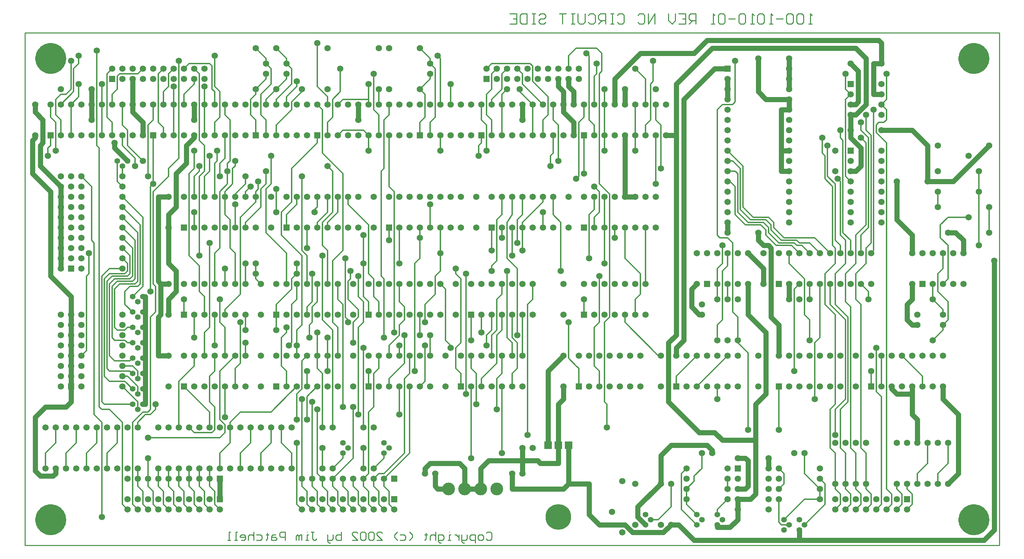
<source format=gbl>
*%FSLAX23Y23*%
*%MOIN*%
G01*
%ADD11C,0.006*%
%ADD12C,0.007*%
%ADD13C,0.008*%
%ADD14C,0.010*%
%ADD15C,0.012*%
%ADD16C,0.030*%
%ADD17C,0.032*%
%ADD18C,0.036*%
%ADD19C,0.050*%
%ADD20C,0.052*%
%ADD21C,0.055*%
%ADD22C,0.056*%
%ADD23C,0.059*%
%ADD24C,0.062*%
%ADD25C,0.066*%
%ADD26C,0.070*%
%ADD27C,0.090*%
%ADD28C,0.120*%
%ADD29C,0.125*%
%ADD30C,0.129*%
%ADD31C,0.140*%
%ADD32C,0.160*%
%ADD33C,0.250*%
%ADD34C,0.250*%
%ADD35R,0.062X0.062*%
%ADD36R,0.066X0.066*%
%ADD37R,0.075X0.075*%
%ADD38R,0.079X0.079*%
%ADD39R,0.250X0.250*%
D14*
X8936Y5524D02*
X8949Y5537D01*
X8976D01*
X8989Y5524D01*
Y5470D01*
X8976Y5457D01*
X8949D01*
X8936Y5470D01*
X8896Y5457D02*
X8869D01*
X8856Y5470D01*
Y5497D01*
X8869Y5510D01*
X8896D01*
X8909Y5497D01*
Y5470D01*
X8896Y5457D01*
X8829Y5430D02*
Y5510D01*
X8789D01*
X8776Y5497D01*
Y5470D01*
X8789Y5457D01*
X8829D01*
X8749Y5470D02*
Y5510D01*
Y5470D02*
X8736Y5457D01*
X8696D01*
Y5444D01*
X8709Y5430D01*
X8722D01*
X8696Y5457D02*
Y5510D01*
X8669D02*
Y5457D01*
Y5484D01*
X8656Y5497D01*
X8642Y5510D01*
X8629D01*
X8589Y5457D02*
X8562D01*
X8576D01*
Y5510D01*
X8589D01*
X8576Y5537D02*
X8577D01*
X8496Y5430D02*
X8482D01*
X8469Y5444D01*
Y5510D01*
X8509D01*
X8522Y5497D01*
Y5470D01*
X8509Y5457D01*
X8469D01*
X8443D02*
Y5537D01*
Y5497D02*
Y5457D01*
Y5497D02*
X8429Y5510D01*
X8403D01*
X8389Y5497D01*
Y5457D01*
X8349Y5510D02*
Y5524D01*
Y5510D02*
X8363D01*
X8336D01*
X8349D01*
Y5470D01*
X8336Y5457D01*
X8216Y5484D02*
X8189Y5457D01*
X8216Y5484D02*
Y5510D01*
X8189Y5537D01*
X8136Y5510D02*
X8096D01*
X8136D02*
X8149Y5497D01*
Y5470D01*
X8136Y5457D01*
X8096D01*
X8069D02*
X8043Y5484D01*
Y5510D01*
X8069Y5537D01*
X7923Y5457D02*
X7869D01*
X7923D02*
X7869Y5510D01*
Y5524D01*
X7883Y5537D01*
X7909D01*
X7923Y5524D01*
X7843D02*
X7829Y5537D01*
X7803D01*
X7789Y5524D01*
Y5470D01*
X7803Y5457D01*
X7829D01*
X7843Y5470D01*
Y5524D01*
X7763D02*
X7749Y5537D01*
X7723D01*
X7709Y5524D01*
Y5470D01*
X7723Y5457D01*
X7749D01*
X7763Y5470D01*
Y5524D01*
X7683Y5457D02*
X7629D01*
X7683D02*
X7629Y5510D01*
Y5524D01*
X7643Y5537D01*
X7669D01*
X7683Y5524D01*
X7523Y5537D02*
Y5457D01*
X7483D01*
X7469Y5470D01*
Y5484D01*
Y5497D01*
X7483Y5510D01*
X7523D01*
X7443D02*
Y5470D01*
X7430Y5457D01*
X7390D01*
Y5444D01*
X7403Y5430D01*
X7416D01*
X7390Y5457D02*
Y5510D01*
X7256Y5537D02*
X7230D01*
X7243D02*
X7256D01*
X7243D02*
Y5470D01*
X7256Y5457D01*
X7270D01*
X7283Y5470D01*
X7203Y5457D02*
X7176D01*
X7190D01*
Y5510D01*
X7203D01*
X7190Y5537D02*
X7191D01*
X7136Y5510D02*
Y5457D01*
Y5510D02*
X7123D01*
X7110Y5497D01*
Y5457D01*
Y5497D01*
X7096Y5510D01*
X7083Y5497D01*
Y5457D01*
X6976D02*
Y5537D01*
X6936D01*
X6923Y5524D01*
Y5497D01*
X6936Y5484D01*
X6976D01*
X6883Y5510D02*
X6856D01*
X6843Y5497D01*
Y5457D01*
X6883D01*
X6896Y5470D01*
X6883Y5484D01*
X6843D01*
X6803Y5510D02*
Y5524D01*
Y5510D02*
X6816D01*
X6790D01*
X6803D01*
Y5470D01*
X6790Y5457D01*
X6736Y5510D02*
X6696D01*
X6736D02*
X6750Y5497D01*
Y5470D01*
X6736Y5457D01*
X6696D01*
X6670D02*
Y5537D01*
Y5497D02*
Y5457D01*
Y5497D02*
X6656Y5510D01*
X6630D01*
X6616Y5497D01*
Y5457D01*
X6576D02*
X6550D01*
X6576D02*
X6590Y5470D01*
Y5497D01*
X6576Y5510D01*
X6550D01*
X6536Y5497D01*
Y5484D01*
X6590D01*
X6510Y5457D02*
X6483D01*
X6496D01*
Y5537D01*
X6510D01*
X6443Y5457D02*
X6416D01*
X6430D01*
Y5537D01*
X6443D01*
X12081Y10492D02*
X12114D01*
X12097D02*
X12081D01*
X12097D02*
Y10592D01*
X12098D01*
X12097D02*
X12114Y10575D01*
X12031D02*
X12014Y10592D01*
X11981D01*
X11964Y10575D01*
Y10509D01*
X11981Y10492D01*
X12014D01*
X12031Y10509D01*
Y10575D01*
X11931D02*
X11914Y10592D01*
X11881D01*
X11864Y10575D01*
Y10509D01*
X11881Y10492D01*
X11914D01*
X11931Y10509D01*
Y10575D01*
X11831Y10542D02*
X11764D01*
X11731Y10492D02*
X11697D01*
X11714D01*
Y10592D01*
X11715D01*
X11714D02*
X11731Y10575D01*
X11647D02*
X11631Y10592D01*
X11598D01*
X11581Y10575D01*
Y10509D01*
X11598Y10492D01*
X11631D01*
X11647Y10509D01*
Y10575D01*
X11548Y10492D02*
X11514D01*
X11531D01*
Y10592D01*
X11532D01*
X11531D02*
X11548Y10575D01*
X11464D02*
X11448Y10592D01*
X11414D01*
X11398Y10575D01*
Y10509D01*
X11414Y10492D01*
X11448D01*
X11464Y10509D01*
Y10575D01*
X11364Y10542D02*
X11298D01*
X11264Y10575D02*
X11248Y10592D01*
X11214D01*
X11198Y10575D01*
Y10509D01*
X11214Y10492D01*
X11248D01*
X11264Y10509D01*
Y10575D01*
X11164Y10492D02*
X11131D01*
X11148D01*
Y10592D01*
X11149D01*
X11148D02*
X11164Y10575D01*
X10981Y10592D02*
Y10492D01*
Y10592D02*
X10931D01*
X10914Y10575D01*
Y10542D01*
X10931Y10525D01*
X10981D01*
X10948D02*
X10914Y10492D01*
X10881Y10592D02*
X10814D01*
X10881D02*
Y10492D01*
X10814D01*
X10848Y10542D02*
X10881D01*
X10781Y10525D02*
Y10592D01*
Y10525D02*
X10748Y10492D01*
X10714Y10525D01*
Y10592D01*
X10581D02*
Y10492D01*
X10515D02*
X10581Y10592D01*
X10515D02*
Y10492D01*
X10415Y10575D02*
X10431Y10592D01*
X10465D01*
X10481Y10575D01*
Y10509D01*
X10465Y10492D01*
X10431D01*
X10415Y10509D01*
X10231Y10592D02*
X10215Y10575D01*
X10231Y10592D02*
X10265D01*
X10281Y10575D01*
Y10509D01*
X10265Y10492D01*
X10231D01*
X10215Y10509D01*
X10181Y10592D02*
X10148D01*
X10165D01*
Y10492D01*
X10181D01*
X10148D01*
X10098D02*
Y10592D01*
X10048D01*
X10031Y10575D01*
Y10542D01*
X10048Y10525D01*
X10098D01*
X10065D02*
X10031Y10492D01*
X9931Y10575D02*
X9948Y10592D01*
X9981D01*
X9998Y10575D01*
Y10509D01*
X9981Y10492D01*
X9948D01*
X9931Y10509D01*
X9898D02*
Y10592D01*
Y10509D02*
X9881Y10492D01*
X9848D01*
X9831Y10509D01*
Y10592D01*
X9798D02*
X9765D01*
X9781D01*
Y10492D01*
X9798D01*
X9765D01*
X9715Y10592D02*
X9648D01*
X9681D01*
Y10492D01*
X9465Y10592D02*
X9448Y10575D01*
X9465Y10592D02*
X9498D01*
X9515Y10575D01*
Y10559D01*
X9498Y10542D01*
X9465D01*
X9448Y10525D01*
Y10509D01*
X9465Y10492D01*
X9498D01*
X9515Y10509D01*
X9415Y10592D02*
X9382D01*
X9398D01*
Y10492D01*
X9415D01*
X9382D01*
X9332D02*
Y10592D01*
Y10492D02*
X9282D01*
X9265Y10509D01*
Y10575D01*
X9282Y10592D01*
X9332D01*
X9232D02*
X9165D01*
X9232D02*
Y10492D01*
X9165D01*
X9198Y10542D02*
X9232D01*
X13939Y5407D02*
X4439D01*
X13939D02*
Y10407D01*
X4439D01*
Y5407D01*
D15*
X12039Y6107D02*
X12189Y5957D01*
X9389Y9707D02*
X9264Y9832D01*
X9389Y9932D02*
X9539Y9782D01*
X9489Y9707D02*
X9289Y9907D01*
X5564Y9182D02*
X5439Y9307D01*
X5389Y8807D02*
X5589Y8607D01*
X5564Y8532D02*
X5389Y8707D01*
Y8607D02*
X5539Y8457D01*
X5514Y8382D02*
X5389Y8507D01*
X12989Y7257D02*
X13189Y7057D01*
X10989Y5607D02*
X10839Y5757D01*
X11439Y9107D02*
X11289Y9257D01*
X12139Y8407D02*
X12289Y8257D01*
X12339Y7757D02*
X12464Y7632D01*
X6239Y6707D02*
X5989Y6957D01*
X5389Y6607D02*
X5264Y6732D01*
X11889Y8157D02*
X12039Y8007D01*
X10439Y8057D02*
X10289Y8207D01*
X5539Y6807D02*
X5389Y6957D01*
X7539Y9032D02*
X7339Y9232D01*
X7589Y8732D02*
X7789Y8532D01*
X12289Y7757D02*
X12439Y7607D01*
X10614Y7257D02*
X10289Y7582D01*
X6989Y8257D02*
X6789Y8457D01*
X6939Y8432D02*
X7139Y8232D01*
X7039Y7907D02*
X6889Y7757D01*
X6539Y8607D02*
X6689Y8757D01*
X6539Y7857D02*
X6389Y7707D01*
X5689Y8857D02*
X5839Y9007D01*
X9289Y8557D02*
X9489Y8757D01*
X9039Y7182D02*
X8889Y7032D01*
X4914Y9832D02*
X4789Y9707D01*
X12039Y5607D02*
X12239Y5807D01*
X12039Y5857D02*
X11839Y5657D01*
X10739Y5782D02*
X10614Y5657D01*
X6089Y7157D02*
X5939Y7007D01*
X7939Y6057D02*
X8189Y6307D01*
X8139D02*
X7939Y6107D01*
X7639Y6257D02*
X7439Y6057D01*
X10789Y7057D02*
X10989Y7257D01*
Y6957D02*
X11289Y7257D01*
X6739Y8707D02*
X6589Y8557D01*
X7989Y7032D02*
X8139Y7182D01*
X6889Y9507D02*
X7039Y9657D01*
X7014Y6882D02*
X6839Y6707D01*
X6339Y7107D02*
X6489Y7257D01*
X6889Y9757D02*
X7039Y9907D01*
X7289Y9332D02*
X7039Y9082D01*
X11814Y5607D02*
X11889D01*
X10614Y5657D02*
X10539D01*
X4689Y9582D02*
Y9707D01*
X4789Y9557D02*
Y9407D01*
X4739Y9607D02*
Y9757D01*
Y9532D02*
Y9257D01*
X4639Y6307D02*
Y6157D01*
X4739Y6407D02*
Y6557D01*
X4664Y9207D02*
Y9282D01*
X4689Y9307D02*
Y9407D01*
X4789Y9557D02*
X4739Y9607D01*
X4689Y9582D02*
X4739Y9532D01*
Y9757D02*
X4789Y9807D01*
X4739Y6407D02*
X4639Y6307D01*
X4664Y9282D02*
X4689Y9307D01*
X12039Y5857D02*
X12189D01*
X4964Y9782D02*
Y9907D01*
X4889Y9707D02*
Y9407D01*
X4914Y9832D02*
Y10057D01*
X4964Y10107D02*
Y10182D01*
X4889Y10132D02*
Y9857D01*
X4839Y6307D02*
Y6157D01*
X4939Y6407D02*
Y6557D01*
X5039Y8957D02*
X4989Y9007D01*
X4889Y9707D02*
X4964Y9782D01*
X4914Y10057D02*
X4964Y10107D01*
X4889Y9857D02*
X4839Y9807D01*
X4939Y6407D02*
X4839Y6307D01*
X4989Y7257D02*
X5039Y7307D01*
X7889Y6107D02*
X7939D01*
X5189Y9707D02*
Y9907D01*
Y9707D02*
Y9407D01*
X5039Y6307D02*
Y6157D01*
X5139Y6407D02*
Y6557D01*
X5189Y6807D02*
Y8032D01*
X5164Y9282D02*
Y6757D01*
X5139Y9307D02*
Y10232D01*
X5039Y8032D02*
Y7307D01*
X5064Y8057D02*
Y8257D01*
X5089Y8382D02*
Y8907D01*
X5114Y8357D02*
Y6682D01*
X5189Y6607D02*
Y5682D01*
X5214Y6782D02*
X5189Y6807D01*
X5164Y6757D02*
X5189Y6732D01*
X5164Y9282D02*
X5139Y9307D01*
X5039Y8957D02*
X5089Y8907D01*
Y8382D02*
X5114Y8357D01*
Y6682D02*
X5189Y6607D01*
X5139Y6407D02*
X5039Y6307D01*
X5189Y8032D02*
X5264Y8107D01*
X5064Y8057D02*
X5039Y8032D01*
X5389Y9307D02*
Y9407D01*
X5289Y9707D02*
Y9807D01*
X5339Y9857D02*
Y9982D01*
X5289Y9532D02*
Y9407D01*
X5239Y9582D02*
Y10007D01*
X5389Y9707D02*
Y9507D01*
X5239Y6307D02*
Y6157D01*
X5339Y6407D02*
Y6557D01*
X5314Y7532D02*
Y7907D01*
X5289Y7932D02*
Y7432D01*
X5264Y7257D02*
Y7957D01*
X5239Y7982D02*
Y7132D01*
X5389Y6607D02*
Y5807D01*
X5214Y7057D02*
Y8007D01*
X5339Y8957D02*
Y9157D01*
X5389Y9107D02*
Y9007D01*
X5289Y9532D02*
X5239Y9582D01*
X5389Y9507D02*
X5439Y9457D01*
X5389Y9307D02*
X5414Y9282D01*
X5314Y7532D02*
X5339Y7507D01*
X5289Y7432D02*
X5314Y7407D01*
X5489Y8307D02*
X5389Y8407D01*
X5264Y7257D02*
X5314Y7207D01*
X5464Y8232D02*
X5389Y8307D01*
X5239Y7132D02*
X5264Y7107D01*
X5439Y8157D02*
X5389Y8207D01*
Y5807D02*
X5439Y5757D01*
X5264Y7007D02*
X5214Y7057D01*
X5389Y8907D02*
X5339Y8957D01*
X5289Y9807D02*
X5339Y9857D01*
Y9982D02*
X5364Y10007D01*
X5289Y10057D02*
X5239Y10007D01*
X5339Y6407D02*
X5239Y6307D01*
X5314Y7907D02*
X5364Y7957D01*
X5339Y7982D02*
X5289Y7932D01*
X5264Y7957D02*
X5314Y8007D01*
X5289Y8032D02*
X5239Y7982D01*
X5214Y8007D02*
X5264Y8057D01*
X6089Y6507D02*
X6239D01*
X6264D01*
X6339Y6457D02*
X5639D01*
X5564Y7957D02*
Y8532D01*
X5539Y6607D02*
Y6557D01*
X5439Y9307D02*
Y9457D01*
X5514Y9182D02*
Y9107D01*
X5414Y7882D02*
Y7757D01*
X5589Y7932D02*
Y8607D01*
X5539Y8457D02*
Y7982D01*
X5514Y8007D02*
Y8382D01*
X5489Y8307D02*
Y8032D01*
X5464Y8057D02*
Y8232D01*
X5439Y8157D02*
Y8082D01*
X5539Y6057D02*
Y5982D01*
Y6057D02*
Y6157D01*
X5589Y5932D02*
Y5807D01*
X5489D02*
Y6607D01*
X5539Y6882D02*
Y6957D01*
Y7032D02*
Y7107D01*
Y6807D02*
Y6732D01*
X5514Y9182D02*
X5414Y9282D01*
Y7757D02*
X5489Y7682D01*
X5414Y7407D02*
X5439Y7382D01*
X5464Y7107D02*
X5489Y7082D01*
X5539Y5982D02*
X5589Y5932D01*
Y5807D02*
X5639Y5757D01*
X5539D02*
X5489Y5807D01*
Y6932D02*
X5414Y7007D01*
X5439Y7057D02*
X5539Y6957D01*
Y7107D02*
X5489Y7157D01*
X5589Y9157D02*
X5564Y9182D01*
Y7957D02*
X5539Y7932D01*
X5614Y6682D02*
X5539Y6607D01*
Y10007D02*
X5589Y10057D01*
X5464Y7932D02*
X5414Y7882D01*
X5514Y7957D02*
X5539Y7982D01*
X5514Y8007D02*
X5489Y7982D01*
X5464Y8007D02*
X5489Y8032D01*
X5464Y8057D02*
X5439Y8032D01*
X5414Y8057D02*
X5439Y8082D01*
X5589Y7932D02*
X5489Y7832D01*
X5439Y7532D02*
X5414Y7507D01*
X5489Y7232D02*
X5464Y7207D01*
X5589Y6707D02*
X5489Y6607D01*
X5614Y6682D02*
X5664D01*
X5264Y6732D02*
X5189D01*
X5589Y6707D02*
X5639D01*
X6539D02*
X6839D01*
X5689Y9557D02*
Y9707D01*
X5639Y9507D02*
Y9007D01*
X5664Y8907D02*
Y7882D01*
X5689Y7957D02*
Y8857D01*
X5714Y7932D02*
Y7682D01*
X5664Y7632D02*
Y6732D01*
X5714D02*
Y6782D01*
X5739Y9532D02*
Y10007D01*
X5639Y6057D02*
Y5982D01*
Y6057D02*
Y6257D01*
X5689Y5932D02*
Y5807D01*
X5739Y5982D02*
Y6057D01*
Y6157D01*
X5689Y8932D02*
Y9407D01*
Y7957D02*
X5714Y7932D01*
X5789Y9482D02*
X5739Y9532D01*
X5689Y5807D02*
X5739Y5757D01*
X5689Y5932D02*
X5639Y5982D01*
X5739D02*
X5789Y5932D01*
X5639Y9507D02*
X5689Y9557D01*
Y8932D02*
X5664Y8907D01*
X5714Y7682D02*
X5664Y7632D01*
X5714Y6732D02*
X5664Y6682D01*
X5739Y10007D02*
X5789Y10057D01*
X5664Y6732D02*
X5639Y6707D01*
X5489Y6782D02*
X5214D01*
X5889Y9707D02*
Y9882D01*
Y9707D02*
Y9407D01*
X5789Y9707D02*
Y9832D01*
X5839Y9882D02*
Y10007D01*
X5789Y9482D02*
Y9407D01*
X5839Y6157D02*
Y6057D01*
Y5982D01*
X5889Y5932D02*
Y5807D01*
X5939Y5982D02*
Y6057D01*
Y6157D01*
X5789Y5932D02*
Y5807D01*
X5939Y6557D02*
Y7007D01*
X5839Y9007D02*
Y9082D01*
X5939Y9182D02*
Y10132D01*
X5889Y5807D02*
X5939Y5757D01*
X5889Y5932D02*
X5839Y5982D01*
X5939D02*
X5989Y5932D01*
X5839Y5757D02*
X5789Y5807D01*
Y9832D02*
X5839Y9882D01*
Y10007D02*
X5889Y10057D01*
X5939Y9182D02*
X5839Y9082D01*
X5464Y7107D02*
X5264D01*
Y7007D02*
X5414D01*
X5389Y7057D02*
X5439D01*
X5989Y9707D02*
Y9807D01*
X6089Y9907D02*
Y9957D01*
X5989Y7807D02*
Y7657D01*
X6089Y9082D02*
Y9257D01*
X6039Y9032D02*
Y8232D01*
X6139Y8132D02*
Y7882D01*
X6039Y6057D02*
Y5982D01*
Y6057D02*
Y6157D01*
X6089Y5932D02*
Y5807D01*
X6139Y5982D02*
Y6057D01*
Y6157D01*
X5989Y5932D02*
Y5807D01*
X6089Y7157D02*
Y7257D01*
Y7432D02*
Y7657D01*
X6139Y8232D02*
Y9007D01*
Y9357D02*
Y10007D01*
Y9107D02*
Y9057D01*
X6089Y9007D02*
Y8807D01*
Y8657D02*
Y8507D01*
X6039Y8232D02*
X6139Y8132D01*
Y7882D02*
X6189Y7832D01*
X6089Y5807D02*
X6139Y5757D01*
X6089Y5932D02*
X6039Y5982D01*
X6139D02*
X6189Y5932D01*
X6039Y5757D02*
X5989Y5807D01*
X6139Y10007D02*
X6089Y10057D01*
X6139Y9357D02*
X6189Y9307D01*
X6039Y6557D02*
X6089Y6507D01*
X5989Y9807D02*
X6089Y9907D01*
Y9082D02*
X6039Y9032D01*
X5989Y10057D02*
X6039Y10107D01*
X6189Y9057D02*
X6139Y9007D01*
X6089D02*
X6139Y9057D01*
X5464Y7207D02*
X5314D01*
X5389Y7157D02*
X5489D01*
X10614Y7257D02*
X10639D01*
X6239Y9057D02*
Y9207D01*
X6189Y7832D02*
Y7657D01*
X6289Y9707D02*
Y9832D01*
X6264Y9857D02*
Y10082D01*
X6289Y9532D02*
Y9407D01*
X6339Y9582D02*
Y9832D01*
X6289Y9882D02*
Y10182D01*
X6339Y6307D02*
Y6157D01*
X6239Y6057D02*
Y5982D01*
Y6057D02*
Y6157D01*
X6289Y5932D02*
Y5807D01*
X6189D02*
Y5932D01*
X6289Y7957D02*
Y8257D01*
X6339Y8307D02*
Y8857D01*
X6239Y6707D02*
Y6557D01*
X6339Y7582D02*
Y7807D01*
X6239Y7532D02*
Y8357D01*
X6189Y7482D02*
Y7257D01*
X6289Y7357D02*
Y7657D01*
X6189Y9057D02*
Y9307D01*
X6314Y9257D02*
Y9157D01*
X6289Y9132D02*
Y8807D01*
X6339Y9007D02*
Y9132D01*
X6189Y9007D02*
Y8807D01*
Y9707D02*
Y9882D01*
Y9707D02*
Y9407D01*
X6289Y6757D02*
Y6532D01*
X6239Y6807D02*
Y7057D01*
X6289Y7107D02*
Y7257D01*
X6339Y7107D02*
Y6657D01*
Y6632D01*
X6289Y9832D02*
X6264Y9857D01*
Y10082D02*
X6239Y10107D01*
X6289Y9882D02*
X6339Y9832D01*
X6289Y5807D02*
X6339Y5757D01*
X6289Y5932D02*
X6239Y5982D01*
X6189Y5807D02*
X6239Y5757D01*
X6389Y7532D02*
X6339Y7582D01*
X6264Y6782D02*
X6289Y6757D01*
X6264Y6782D02*
X6239Y6807D01*
X6339Y6632D02*
X6389Y6582D01*
X6189Y9007D02*
X6239Y9057D01*
X6289Y9532D02*
X6339Y9582D01*
X6439Y6407D02*
X6339Y6307D01*
X6289Y8257D02*
X6339Y8307D01*
X6239Y7532D02*
X6189Y7482D01*
X6289Y9132D02*
X6314Y9157D01*
X6339Y9132D02*
X6389Y9182D01*
X6414Y8932D02*
X6339Y8857D01*
X6289Y6532D02*
X6264Y6507D01*
X6239Y7057D02*
X6289Y7107D01*
X6389Y6507D02*
X6339Y6457D01*
X5489Y7532D02*
X5439D01*
X5414Y7507D02*
X5339D01*
X5439Y7382D02*
X5489D01*
X5414Y7407D02*
X5314D01*
X6539Y7857D02*
Y8607D01*
X6389Y7707D02*
Y7657D01*
X6489Y8807D02*
Y8832D01*
X6464Y8932D02*
Y9082D01*
X6489Y9107D02*
Y9157D01*
X6389Y6957D02*
Y6657D01*
X6489Y6957D02*
Y7132D01*
X6539Y7182D02*
Y7582D01*
X6389Y9607D02*
Y9707D01*
X6539Y6307D02*
Y6157D01*
X6389Y7257D02*
Y7532D01*
Y7957D02*
Y8107D01*
Y9182D02*
Y9407D01*
X6414Y9132D02*
Y9057D01*
X6439Y9157D02*
Y9557D01*
X6414Y9057D02*
Y8932D01*
X6439Y8582D02*
Y8307D01*
X6389Y8807D02*
Y8857D01*
Y8807D02*
Y8632D01*
X6489Y8257D02*
Y7957D01*
X6439Y6557D02*
Y6407D01*
Y6557D02*
Y6607D01*
X6389Y6582D02*
Y6507D01*
X6489Y8507D02*
Y8732D01*
X6439Y9557D02*
X6389Y9607D01*
X6439Y8307D02*
X6489Y8257D01*
X6439Y8582D02*
X6389Y8632D01*
X6489Y8832D02*
X6589Y8932D01*
X6464D02*
X6389Y8857D01*
X6464Y9082D02*
X6489Y9107D01*
X6539Y7182D02*
X6489Y7132D01*
X6639Y6407D02*
X6539Y6307D01*
X6414Y9132D02*
X6439Y9157D01*
X6539Y6707D02*
X6439Y6607D01*
X6689Y8057D02*
Y8157D01*
Y8057D02*
Y8007D01*
X6589Y7657D02*
Y7507D01*
X6689Y8757D02*
Y8807D01*
Y8857D01*
X6714Y8882D02*
Y8957D01*
X6589Y8932D02*
Y9007D01*
X6739Y9607D02*
Y9807D01*
Y6307D02*
Y6157D01*
X6639Y6407D02*
Y6557D01*
X6589Y7957D02*
Y8157D01*
Y8807D02*
Y8857D01*
X6739Y8882D02*
Y8707D01*
X6589Y8557D02*
Y8507D01*
X6639Y9607D02*
Y9757D01*
X6689Y9807D02*
Y9857D01*
Y9557D02*
Y9407D01*
X6589Y7382D02*
Y7257D01*
X6739Y7957D02*
X6689Y8007D01*
X6789Y9557D02*
X6739Y9607D01*
X6789Y10157D02*
X6689Y10257D01*
X6639Y9607D02*
X6689Y9557D01*
X6714Y8882D02*
X6689Y8857D01*
X6739Y9807D02*
X6839Y9907D01*
Y6407D02*
X6739Y6307D01*
X6589Y8857D02*
X6639Y8907D01*
X6739Y8882D02*
X6789Y8932D01*
X6639Y9757D02*
X6689Y9807D01*
Y9857D02*
X6789Y9957D01*
X6889Y7657D02*
Y7507D01*
Y7657D02*
Y7757D01*
X6939Y7432D02*
Y7157D01*
X6789Y9407D02*
Y9557D01*
X6839Y9907D02*
Y10057D01*
X6789Y9757D02*
Y9707D01*
X6889D02*
Y9757D01*
X6789Y9957D02*
Y10007D01*
Y10107D02*
Y10157D01*
X6939Y6557D02*
Y6407D01*
X6839D02*
Y6557D01*
X6789Y8932D02*
Y9057D01*
X6889Y9407D02*
Y9507D01*
Y8882D02*
Y8657D01*
X6789Y8457D02*
Y8882D01*
X6839Y8932D02*
Y9207D01*
X6939Y8657D02*
Y8432D01*
Y7157D02*
X6989Y7107D01*
X6839Y10057D02*
X6789Y10107D01*
X6889Y10257D02*
X6989Y10157D01*
X6939Y6407D02*
X7039Y6307D01*
X6939Y7432D02*
X6964Y7457D01*
X6789Y9757D02*
X6889Y9857D01*
X6989Y9957D01*
X6839Y8932D02*
X6789Y8882D01*
X6939Y8657D02*
X7039Y8757D01*
X5539Y7932D02*
X5464D01*
X5514Y7957D02*
X5364D01*
X5339Y7982D02*
X5489D01*
X5464Y8007D02*
X5314D01*
X5289Y8032D02*
X5439D01*
X5414Y8057D02*
X5264D01*
Y8107D02*
X5389D01*
X7039Y8007D02*
Y7907D01*
X7089Y8057D02*
Y8157D01*
Y7357D02*
Y7257D01*
Y7507D01*
X6989Y7107D02*
Y6957D01*
Y7482D02*
Y7532D01*
X7089Y8732D02*
Y8807D01*
X6989Y8632D02*
Y8507D01*
Y9957D02*
Y10007D01*
Y10107D02*
Y10157D01*
X7039Y6307D02*
Y6157D01*
X7139Y6057D02*
Y5982D01*
X6989Y9707D02*
Y9782D01*
X7089Y9882D02*
Y9932D01*
X7139Y6832D02*
Y6057D01*
X7089Y5807D02*
Y6407D01*
X7039Y7382D02*
Y7757D01*
X7089Y7807D02*
Y7957D01*
X7039Y9657D02*
Y9732D01*
X7139Y7207D02*
Y6932D01*
X7089Y6882D02*
Y6632D01*
X7139Y9832D02*
Y9857D01*
X7039Y9907D02*
Y10057D01*
X7139Y9007D02*
Y8282D01*
Y8232D02*
Y7557D01*
X6989Y7957D02*
Y8257D01*
X7039Y8757D02*
Y9082D01*
Y10057D02*
X6989Y10107D01*
X7139Y5982D02*
X7189Y5932D01*
X7089Y5807D02*
X7139Y5757D01*
X7189Y8232D02*
X7139Y8282D01*
X7089Y8057D02*
X7039Y8007D01*
X6989Y7482D02*
X6964Y7457D01*
X6989Y8632D02*
X7089Y8732D01*
X7139Y7557D02*
X7089Y7507D01*
X6989Y9782D02*
X7089Y9882D01*
X7039Y7382D02*
X7014Y7357D01*
X7039Y7757D02*
X7089Y7807D01*
X7039Y9732D02*
X7139Y9832D01*
Y6932D02*
X7089Y6882D01*
X7139Y7207D02*
X7189Y7257D01*
X7089Y6957D02*
X7014Y6882D01*
X7189Y6857D02*
Y6632D01*
Y6957D02*
Y7107D01*
X7264Y8657D02*
Y8682D01*
X7289Y8707D02*
Y8807D01*
X7189Y8507D02*
Y8307D01*
X7289Y7257D02*
Y7132D01*
Y7257D02*
Y7482D01*
X7339Y7082D02*
Y6557D01*
X7289Y9882D02*
Y10307D01*
X7189Y5932D02*
Y5807D01*
X7239Y5982D02*
Y6057D01*
X7289Y5932D02*
Y5807D01*
X7339Y5982D02*
Y6057D01*
Y7607D02*
Y8232D01*
X7289Y6732D02*
Y6107D01*
X7339Y6157D02*
Y6357D01*
X7289Y8507D02*
Y8557D01*
X7239Y7732D02*
Y7582D01*
X7289Y7782D02*
Y7957D01*
X7214Y7557D02*
Y7432D01*
X7339Y9232D02*
Y9657D01*
Y8557D02*
Y8332D01*
X7239Y6807D02*
Y6057D01*
X7189Y7957D02*
Y8232D01*
X7289Y9332D02*
Y9407D01*
X7189Y7732D02*
Y7657D01*
X7239Y7782D02*
Y8057D01*
X7289Y7132D02*
X7339Y7082D01*
X7389Y9782D02*
X7289Y9882D01*
Y9707D02*
X7339Y9657D01*
X7189Y5807D02*
X7239Y5757D01*
X7289Y5807D02*
X7339Y5757D01*
X7289Y5932D02*
X7239Y5982D01*
X7339D02*
X7389Y5932D01*
X7439Y7507D02*
X7339Y7607D01*
X7289Y6107D02*
X7339Y6057D01*
X7389Y8282D02*
X7339Y8332D01*
X7289Y6957D02*
X7214Y6882D01*
X7189Y6857D01*
X7264Y8682D02*
X7289Y8707D01*
X7389Y8657D02*
X7289Y8557D01*
X7239Y7582D02*
X7214Y7557D01*
X7239Y7732D02*
X7289Y7782D01*
X7339Y8557D02*
X7439Y8657D01*
X7239Y7782D02*
X7189Y7732D01*
X11214Y8407D02*
X11289D01*
X11764Y8332D02*
X11914D01*
X11939Y8357D02*
X11789D01*
X11964Y8332D02*
X12014D01*
X11989Y8357D02*
X12089D01*
X11964Y8382D02*
X11814D01*
X11839Y8407D02*
X12139D01*
X7389Y7257D02*
Y7107D01*
Y7257D02*
Y7432D01*
Y9707D02*
Y9782D01*
X7489Y7532D02*
Y7257D01*
X7389Y5932D02*
Y5807D01*
X7439Y5982D02*
Y6057D01*
X7489Y5932D02*
Y5807D01*
X7539Y5982D02*
Y6057D01*
X7439Y6557D02*
Y7507D01*
X7539Y6307D02*
Y6257D01*
X7389Y8657D02*
Y8807D01*
X7539Y7757D02*
Y6757D01*
X7489Y7807D02*
Y7957D01*
X7439Y8182D02*
Y7582D01*
X7539Y8282D02*
Y9032D01*
X7439Y9582D02*
Y9757D01*
X7514Y9832D02*
Y10057D01*
X7389Y9532D02*
Y9407D01*
Y8282D02*
Y7957D01*
X7439Y8657D02*
Y9057D01*
X7489Y8807D02*
Y8682D01*
Y8657D01*
X7389Y8557D02*
Y8507D01*
X7439Y7582D02*
X7489Y7532D01*
X7389Y5807D02*
X7439Y5757D01*
X7489Y5807D02*
X7539Y5757D01*
X7489Y5932D02*
X7439Y5982D01*
X7539D02*
X7589Y5932D01*
X7539Y7757D02*
X7489Y7807D01*
X7439Y9057D02*
X7389Y9107D01*
X7539Y6257D02*
X7439Y6157D01*
Y8182D02*
X7539Y8282D01*
X7389Y9532D02*
X7439Y9582D01*
Y9757D02*
X7514Y9832D01*
X7539Y9457D02*
X7489Y9407D01*
Y9707D02*
X7539Y9757D01*
X7489Y8657D02*
X7389Y8557D01*
X11464Y8532D02*
X11614D01*
X11639Y8557D02*
X11489D01*
X11514Y8582D02*
X11664D01*
X11689Y8607D02*
X11539D01*
X13439D02*
X13639D01*
X7739Y7332D02*
Y6557D01*
X7589Y7582D02*
Y7607D01*
X7564Y7632D02*
Y7657D01*
Y8207D01*
X7589Y5932D02*
Y5807D01*
X7639Y5982D02*
Y6057D01*
X7689Y5932D02*
Y5807D01*
X7739Y5982D02*
Y6057D01*
Y6157D02*
Y6332D01*
Y6357D01*
X7639Y6257D02*
Y6757D01*
X7739Y7832D02*
Y8432D01*
X7589Y8732D02*
Y8807D01*
X7639Y7582D02*
Y7382D01*
X7689Y7532D02*
Y6732D01*
X7739Y7582D02*
Y7782D01*
X7689Y7832D02*
Y8032D01*
Y7707D02*
Y7632D01*
X7589Y7807D02*
Y7982D01*
X7739Y8157D02*
Y8432D01*
X7689Y6732D02*
Y6682D01*
X7614Y8007D02*
Y8082D01*
X7564Y7632D02*
X7589Y7607D01*
Y5807D02*
X7639Y5757D01*
X7689Y5807D02*
X7739Y5757D01*
X7689Y5932D02*
X7639Y5982D01*
X7739D02*
X7789Y5932D01*
Y7782D02*
X7739Y7832D01*
X7689D02*
X7739Y7782D01*
X7689Y7707D02*
X7589Y7807D01*
X7789Y9407D02*
X7739Y9457D01*
X7789Y6107D02*
X7739Y6057D01*
X7589Y7982D02*
X7614Y8007D01*
X7739Y7582D02*
X7689Y7532D01*
X7639Y7582D02*
X7689Y7632D01*
X7939Y9307D02*
Y9557D01*
Y9132D02*
Y9082D01*
X7914Y9057D02*
Y8032D01*
X7939Y8007D02*
Y7432D01*
X7889Y9707D02*
Y9857D01*
X7789Y5932D02*
Y5807D01*
X7839Y5982D02*
Y6057D01*
X7889Y5932D02*
Y5807D01*
X7939Y5982D02*
Y6057D01*
X7789Y6107D02*
Y6707D01*
X7839Y6757D02*
Y7082D01*
X7889Y7132D02*
Y7257D01*
X7939Y6307D02*
Y6257D01*
X7789Y6957D02*
Y7107D01*
Y7657D02*
Y7782D01*
X7839Y7832D02*
Y8007D01*
X7789Y8057D02*
Y8532D01*
X7889Y7782D02*
Y7657D01*
X7839Y9657D02*
Y10007D01*
X7889Y9607D02*
Y9407D01*
X7789D02*
Y9257D01*
X7939Y9282D02*
Y9307D01*
Y9157D02*
Y9132D01*
Y9157D02*
Y9282D01*
X7789Y9707D02*
Y9907D01*
Y9757D02*
Y9707D01*
X7914Y8032D02*
X7939Y8007D01*
X7789Y5807D02*
X7839Y5757D01*
X7889Y5807D02*
X7939Y5757D01*
X7889Y5932D02*
X7839Y5982D01*
X7939D02*
X7989Y5932D01*
X7889Y7782D02*
X7839Y7832D01*
Y8007D02*
X7789Y8057D01*
X7889Y9607D02*
X7839Y9657D01*
X7939Y9082D02*
X7914Y9057D01*
X7939Y9557D02*
X7989Y9607D01*
X7889Y6107D02*
X7839Y6057D01*
X7789Y6707D02*
X7839Y6757D01*
Y7082D02*
X7889Y7132D01*
X7939Y6257D02*
X7839Y6157D01*
X11289Y8957D02*
X11314D01*
X11289Y9057D02*
X11364D01*
X8089Y7357D02*
Y7257D01*
X7989Y8907D02*
Y9132D01*
Y9307D02*
Y9407D01*
X8039Y8857D02*
Y7482D01*
X7989Y9607D02*
Y9707D01*
Y5932D02*
Y5807D01*
X8089Y7782D02*
Y7957D01*
X7989Y7357D02*
Y7257D01*
Y7032D02*
Y6957D01*
Y8382D02*
Y8507D01*
X8089D02*
Y8157D01*
X7989Y9132D02*
Y9157D01*
Y9282D02*
Y9307D01*
Y9282D02*
Y9157D01*
X8089Y6957D02*
Y6682D01*
Y7457D02*
Y7557D01*
X8039Y8857D02*
X7989Y8907D01*
Y5807D02*
X8039Y5757D01*
X8139Y7732D02*
X8089Y7782D01*
Y7457D02*
X7989Y7357D01*
X8089Y7557D02*
X8139Y7607D01*
X11289Y9157D02*
X11339D01*
X8189Y6957D02*
Y6432D01*
Y6307D01*
X8139D02*
Y7032D01*
X8189Y7082D02*
Y7257D01*
X8289Y9407D02*
Y9532D01*
Y8507D02*
Y8407D01*
Y8207D01*
X8239Y8157D02*
Y7107D01*
X8289Y7457D02*
Y7657D01*
X8139Y7607D02*
Y7732D01*
Y7457D02*
Y7182D01*
X8389Y10157D02*
X8289Y10257D01*
Y9857D02*
X8339Y9807D01*
X8289Y9857D02*
X8389Y9957D01*
X8189Y7082D02*
X8139Y7032D01*
X8289Y9532D02*
X8339Y9582D01*
X8289Y8207D02*
X8239Y8157D01*
X8339Y7007D02*
X8289Y6957D01*
X7739Y9457D02*
X7539D01*
X8489Y9707D02*
Y10157D01*
X8389Y7457D02*
Y7257D01*
Y9957D02*
Y10007D01*
Y10107D02*
Y10157D01*
Y9532D02*
Y9407D01*
X8439Y9582D02*
Y10057D01*
X8339Y9807D02*
Y9582D01*
Y7757D02*
Y7582D01*
X8439Y7857D02*
Y8032D01*
X8489Y8082D02*
Y8257D01*
Y8507D01*
Y9257D02*
Y9407D01*
X8389Y8732D02*
Y8507D01*
X8339Y7357D02*
Y7007D01*
X8489Y10157D02*
X8464Y10182D01*
X8389Y10107D02*
X8439Y10057D01*
X8489Y7957D02*
X8539Y7907D01*
X8389Y9532D02*
X8439Y9582D01*
Y7857D02*
X8339Y7757D01*
X8439Y8032D02*
X8489Y8082D01*
X12764Y9532D02*
X12814D01*
X8589Y9707D02*
Y9907D01*
X8539Y7907D02*
Y7407D01*
X8589Y7357D02*
Y7332D01*
X8639Y8057D02*
Y8107D01*
X8689Y8007D02*
Y7382D01*
X8639Y7332D02*
Y7132D01*
X8689Y7082D02*
Y6957D01*
X8589Y7357D02*
X8539Y7407D01*
X8689Y8007D02*
X8639Y8057D01*
Y7132D02*
X8689Y7082D01*
X8639Y7332D02*
X8689Y7382D01*
X4839Y9807D02*
X4789D01*
X7539Y9757D02*
X7789D01*
X11239Y9707D02*
X11339D01*
X8789Y7657D02*
Y7407D01*
X8889Y9557D02*
Y9707D01*
Y7032D02*
Y6957D01*
X8839Y7082D02*
Y6782D01*
X8789Y7132D02*
Y7257D01*
Y6957D02*
Y6257D01*
X8739Y6882D02*
Y8057D01*
X8889Y9332D02*
Y9407D01*
X8864Y9307D02*
Y9207D01*
X8889Y7657D02*
Y7482D01*
X8939Y9507D02*
X8889Y9557D01*
X8789Y7132D02*
X8839Y7082D01*
X8864Y9307D02*
X8889Y9332D01*
X5389Y10007D02*
X5364D01*
X5389D02*
X5539D01*
X8939Y7457D02*
Y7357D01*
X8989Y7257D02*
Y7457D01*
X9039Y7507D02*
Y7807D01*
X9089Y7857D02*
Y7957D01*
X9039Y7457D02*
Y7182D01*
X9089Y7507D02*
Y7657D01*
Y9707D02*
Y9807D01*
Y9707D02*
Y9407D01*
X8989D02*
Y9557D01*
X8939Y9607D02*
Y9807D01*
X8989Y9857D02*
Y10007D01*
Y9757D02*
Y9707D01*
X9089Y9857D02*
Y10007D01*
X8939Y9507D02*
Y9257D01*
X9089Y6957D02*
Y6307D01*
X9039Y6732D02*
Y7032D01*
X9089Y7082D02*
Y7257D01*
X8989Y7507D02*
Y7657D01*
X9089Y8407D02*
Y8507D01*
Y8632D02*
Y8807D01*
X8989Y8132D02*
Y8082D01*
X9039Y8182D02*
Y8582D01*
X8989Y8507D02*
Y8282D01*
Y9557D02*
X8939Y9607D01*
X9039Y7507D02*
X8989Y7457D01*
X9039Y7807D02*
X9089Y7857D01*
Y7507D02*
X9039Y7457D01*
X9089Y9807D02*
X9139Y9857D01*
X8939Y10057D02*
X8989Y10107D01*
Y9857D02*
X8939Y9807D01*
X8989Y10007D02*
X9039Y10057D01*
X9089Y9857D02*
X8989Y9757D01*
X9089Y10007D02*
X9139Y10057D01*
X9089Y7082D02*
X9039Y7032D01*
X8939Y7457D02*
X8989Y7507D01*
X9039Y8582D02*
X9089Y8632D01*
X9039Y8182D02*
X8989Y8132D01*
X6239Y10107D02*
X6039D01*
X9314D02*
X9364D01*
X9314D02*
X8989D01*
X9814Y10257D02*
X10014D01*
X9289Y8557D02*
Y8507D01*
X9189Y7082D02*
Y6957D01*
X9239Y7132D02*
Y7382D01*
X9189Y7432D02*
Y7657D01*
X9289D02*
Y7257D01*
X9264Y9832D02*
Y9857D01*
X9289Y9907D02*
Y10007D01*
X9189Y7382D02*
Y7257D01*
X9139Y7432D02*
Y8082D01*
X9189Y8632D02*
Y8807D01*
X9139Y8557D02*
Y8207D01*
X9239Y8107D02*
Y7457D01*
X9189Y8232D02*
Y8507D01*
X9289D02*
Y8282D01*
Y8632D02*
Y8807D01*
X9239Y8582D02*
Y8357D01*
X9139Y8557D02*
X9189Y8632D01*
Y7432D02*
X9239Y7382D01*
X9289Y10007D02*
X9239Y10057D01*
X9139Y7432D02*
X9189Y7382D01*
X9239Y8107D02*
X9139Y8207D01*
X9239Y7132D02*
X9189Y7082D01*
X9239Y8582D02*
X9289Y8632D01*
X9489Y8657D02*
Y8507D01*
Y8757D02*
Y8807D01*
Y9407D02*
Y9557D01*
X9389Y9932D02*
Y10082D01*
Y9707D02*
Y9407D01*
Y7957D02*
Y7807D01*
X9339Y7757D02*
Y6482D01*
X9389Y10082D02*
X9364Y10107D01*
X9539Y9607D02*
X9489Y9557D01*
X9389Y7807D02*
X9339Y7757D01*
X9589Y9557D02*
Y9707D01*
X9539Y9782D02*
Y9607D01*
X9639Y9507D02*
Y9157D01*
X9589Y8807D02*
Y8632D01*
X9564Y9107D02*
Y9207D01*
X9589Y9232D02*
Y9407D01*
X9664Y8557D02*
Y8082D01*
X9639Y9507D02*
X9589Y9557D01*
Y8632D02*
X9664Y8557D01*
X9564Y9207D02*
X9589Y9232D01*
X9889Y9582D02*
Y9707D01*
Y9407D02*
Y9032D01*
Y7807D02*
Y7657D01*
X9839Y9007D02*
Y9532D01*
Y7132D02*
Y6957D01*
X9739Y7232D02*
Y7582D01*
Y10057D02*
Y10182D01*
X9814Y7157D02*
X9839Y7132D01*
X9814Y7157D02*
X9739Y7232D01*
X9839Y9532D02*
X9889Y9582D01*
X9839Y9007D02*
X9814Y8982D01*
X9739Y10182D02*
X9814Y10257D01*
X10089Y8807D02*
Y8507D01*
X9989Y8682D02*
Y8807D01*
X10089Y9707D02*
Y9857D01*
Y9407D02*
Y9257D01*
Y9407D02*
Y9707D01*
X9989D02*
Y9982D01*
X10014Y10007D02*
Y10107D01*
X9989Y9507D02*
Y9407D01*
X9939Y9557D02*
Y10182D01*
X10039Y7107D02*
Y6957D01*
X9989Y7157D02*
Y7532D01*
X10039Y7582D02*
Y8032D01*
X10089Y7582D02*
Y6807D01*
X10039Y8932D02*
Y10007D01*
X10064Y10032D02*
Y10207D01*
X10039Y8857D02*
Y8657D01*
X9989Y8607D02*
Y8507D01*
X10089D02*
Y8157D01*
X9939Y8207D02*
Y8632D01*
X10089Y6807D02*
X10114Y6782D01*
X9989Y9507D02*
X9939Y9557D01*
Y10182D02*
X9914Y10207D01*
X9989Y7157D02*
X10039Y7107D01*
X10139Y8832D02*
X10039Y8932D01*
X10064Y10207D02*
X10014Y10257D01*
X9989Y8907D02*
X10039Y8857D01*
X9989Y8682D02*
X9939Y8632D01*
X9989Y9982D02*
X10014Y10007D01*
X10039Y7582D02*
X9989Y7532D01*
X10089Y7582D02*
X10139Y7632D01*
X10039Y10007D02*
X10064Y10032D01*
X10039Y8657D02*
X9989Y8607D01*
X10114Y6782D02*
Y6557D01*
X10189Y8407D02*
Y8507D01*
X10139Y8832D02*
Y7632D01*
X10389Y9257D02*
Y9407D01*
Y9707D01*
Y7807D02*
Y7657D01*
X10439Y7857D02*
Y8057D01*
X10289Y8207D02*
Y8507D01*
Y7657D02*
Y7582D01*
X10489Y9957D02*
X10389Y10057D01*
X10439Y7857D02*
X10389Y7807D01*
X10489Y9707D02*
Y9957D01*
Y9507D02*
Y9407D01*
X10589Y9557D02*
Y9707D01*
X10639Y9507D02*
Y9082D01*
X10489Y8507D02*
Y7957D01*
X10589Y8932D02*
Y9407D01*
X10539Y9557D02*
Y9907D01*
X10564Y9932D02*
Y10132D01*
X10589Y9557D02*
X10639Y9507D01*
X10539Y9557D02*
X10489Y9507D01*
X10539Y9907D02*
X10564Y9932D01*
X10839Y6107D02*
Y5757D01*
X10739Y5782D02*
Y6007D01*
X10789Y6957D02*
Y7057D01*
X10889Y6157D02*
X10839Y6107D01*
X10889Y5857D02*
Y5807D01*
X10964Y6032D02*
Y6082D01*
X10889Y5957D02*
Y5857D01*
X11039Y6157D02*
Y6307D01*
X10889Y5807D02*
X10989Y5707D01*
X10964Y6082D02*
X11039Y6157D01*
X10964Y6032D02*
X10889Y5957D01*
X11189Y5757D02*
Y5707D01*
Y7807D02*
Y7957D01*
Y7557D02*
Y7407D01*
X11239Y7607D02*
Y8082D01*
X11189Y8107D02*
Y7957D01*
X11239Y8157D02*
Y8332D01*
X11189Y6957D02*
Y6832D01*
Y8432D02*
Y9657D01*
Y8432D02*
X11214Y8407D01*
X11289Y5857D02*
X11189Y5757D01*
Y7557D02*
X11239Y7607D01*
Y8082D02*
X11289Y8132D01*
X11239Y8157D02*
X11189Y8107D01*
Y9657D02*
X11239Y9707D01*
X11389Y7407D02*
Y7382D01*
Y7407D02*
Y7632D01*
X11339Y7682D02*
Y8357D01*
X11289Y6057D02*
Y5957D01*
X11364Y8632D02*
Y8907D01*
X11389Y9032D02*
Y8657D01*
X11414Y8682D02*
Y9057D01*
Y9082D01*
X11439Y9107D02*
Y8707D01*
X11289Y7957D02*
Y7807D01*
Y8132D02*
Y8257D01*
X11364Y9732D02*
Y10132D01*
X11389Y7382D02*
X11489Y7282D01*
X11389Y7632D02*
X11339Y7682D01*
Y8357D02*
X11289Y8407D01*
X11464Y8532D02*
X11364Y8632D01*
Y8907D02*
X11314Y8957D01*
X11389Y9032D02*
X11364Y9057D01*
X11389Y8657D02*
X11489Y8557D01*
X11514Y8582D02*
X11414Y8682D01*
Y9082D02*
X11339Y9157D01*
X11439Y8707D02*
X11539Y8607D01*
X11339Y9707D02*
X11364Y9732D01*
X11489Y7282D02*
Y6532D01*
X11664Y8482D02*
X11614Y8532D01*
X11639Y8557D02*
X11689Y8507D01*
X11839Y6107D02*
Y6007D01*
X11789Y5857D02*
Y5632D01*
X11664Y8432D02*
Y8482D01*
X11689Y8457D02*
Y8507D01*
X11714Y8482D02*
Y8532D01*
X11739Y8507D02*
Y8557D01*
X11789Y6957D02*
Y6532D01*
Y6157D02*
X11839Y6107D01*
X11789Y5632D02*
X11814Y5607D01*
X11764Y8332D02*
X11664Y8432D01*
X11689Y8457D02*
X11789Y8357D01*
X11814Y8382D02*
X11714Y8482D01*
Y8532D02*
X11664Y8582D01*
X11689Y8607D02*
X11739Y8557D01*
Y8507D02*
X11839Y8407D01*
Y6007D02*
X11789Y5957D01*
X12039Y6107D02*
Y6307D01*
Y7657D02*
Y8007D01*
X11889Y8157D02*
Y8257D01*
X11939Y7907D02*
Y7107D01*
X11989Y8257D02*
X11914Y8332D01*
X11939Y8357D02*
X11964Y8332D01*
X12014D02*
X12089Y8257D01*
X11989Y8357D02*
X11964Y8382D01*
X12039Y7657D02*
X12089Y7607D01*
X11939Y7907D02*
X11989Y7957D01*
X12189Y5957D02*
Y5857D01*
X12239Y5807D02*
Y6007D01*
Y8982D02*
Y9207D01*
X12214Y9232D02*
Y9382D01*
X12089Y7957D02*
Y7807D01*
Y7607D02*
Y7407D01*
X12139Y7382D02*
Y6832D01*
X12189Y7432D02*
Y7957D01*
X12239Y8057D02*
Y7757D01*
X12189Y6057D02*
X12239Y6007D01*
X12189Y8257D02*
X12089Y8357D01*
X12314Y8907D02*
X12239Y8982D01*
Y9207D02*
X12214Y9232D01*
X12239Y7757D02*
X12339Y7657D01*
X12239Y8057D02*
X12339Y8157D01*
X12189Y7432D02*
X12139Y7382D01*
X12414Y8457D02*
Y9357D01*
X12389Y9382D02*
Y9457D01*
X12439Y9757D02*
Y9007D01*
Y6007D02*
Y5957D01*
X12389Y5907D02*
Y5807D01*
X12339Y5957D02*
Y6007D01*
X12389Y8257D02*
Y8332D01*
X12339Y8382D02*
Y8932D01*
X12264Y9007D02*
Y9307D01*
X12439Y8057D02*
Y7782D01*
Y6307D02*
Y6007D01*
X12339Y7757D02*
Y8057D01*
X12439Y8157D02*
Y8382D01*
X12339Y6307D02*
Y6007D01*
X12289Y6357D02*
Y6732D01*
X12339Y8157D02*
Y8307D01*
X12314Y8332D02*
Y8907D01*
X12439Y9857D02*
Y10007D01*
X12339Y6732D02*
Y6482D01*
X12289Y7757D02*
Y7957D01*
X12439Y7607D02*
Y6832D01*
X12339Y6782D02*
Y7657D01*
X12389Y6732D02*
Y6357D01*
Y8432D02*
Y8957D01*
X12414Y9357D02*
X12389Y9382D01*
X12439Y9007D02*
X12489Y8957D01*
Y9807D02*
X12439Y9857D01*
Y5957D02*
X12489Y5907D01*
X12389D02*
X12339Y5957D01*
X12489Y8382D02*
X12414Y8457D01*
X12339Y8382D02*
X12389Y8332D01*
X12339Y8932D02*
X12264Y9007D01*
X12439Y7782D02*
X12489Y7732D01*
X12389Y6357D02*
X12439Y6307D01*
Y8382D02*
X12389Y8432D01*
X12289Y6357D02*
X12339Y6307D01*
Y8307D02*
X12314Y8332D01*
X12389Y8957D02*
X12364Y8982D01*
X12439Y9757D02*
X12489Y9807D01*
Y5807D02*
X12439Y5757D01*
X12389Y5807D02*
X12339Y5757D01*
X12439Y8057D02*
X12539Y8157D01*
X12439D02*
X12339Y8057D01*
X12439Y6832D02*
X12339Y6732D01*
X12289D02*
X12339Y6782D01*
X12389Y6732D02*
X12464Y6807D01*
X12589Y5907D02*
Y5807D01*
X12539Y5957D02*
Y6007D01*
X12489Y5907D02*
Y5807D01*
Y8257D02*
Y8382D01*
X12589Y7757D02*
Y6357D01*
X12539Y7807D02*
Y8057D01*
Y6307D02*
Y6007D01*
X12489Y6357D02*
Y7732D01*
X12464Y7632D02*
Y6807D01*
X12589Y9457D02*
Y9532D01*
X12539Y8432D02*
Y8157D01*
X12589Y8257D02*
Y8432D01*
X12664Y9382D02*
X12589Y9457D01*
Y9382D02*
X12639Y9332D01*
X12539Y5957D02*
X12589Y5907D01*
X12639Y6307D02*
X12589Y6357D01*
Y7757D02*
X12539Y7807D01*
X12489Y6357D02*
X12539Y6307D01*
X12664Y7882D02*
X12589Y7957D01*
Y8432D02*
X12664Y8507D01*
X12639Y8532D02*
X12539Y8432D01*
X12589Y5807D02*
X12539Y5757D01*
Y8057D02*
X12639Y8157D01*
X12714Y8282D02*
Y9432D01*
X12689Y9407D02*
Y8357D01*
X12664Y8507D02*
Y9382D01*
X12639Y9332D02*
Y8532D01*
X12739Y9432D02*
Y9507D01*
X12639Y9457D02*
Y9607D01*
X12714Y9657D02*
Y9432D01*
X12739Y7332D02*
Y6907D01*
X12789Y6857D02*
Y5807D01*
X12689D02*
Y5907D01*
X12639Y5957D02*
Y6007D01*
Y6307D01*
Y8157D02*
Y8307D01*
X12664Y7882D02*
Y7807D01*
X12689Y7107D02*
Y6957D01*
X12789D02*
Y7257D01*
X12689Y9407D02*
X12639Y9457D01*
X12739Y9432D02*
X12839Y9332D01*
X12739Y6907D02*
X12789Y6857D01*
X12839Y9657D02*
X12789Y9707D01*
X12639Y5957D02*
X12689Y5907D01*
Y8257D02*
X12714Y8282D01*
X12639Y8307D02*
X12689Y8357D01*
X12739Y9507D02*
X12764Y9532D01*
X12814D02*
X12839Y9557D01*
X12789Y5807D02*
X12739Y5757D01*
X12789Y9707D02*
X12839Y9757D01*
X12689Y5807D02*
X12639Y5757D01*
X12839Y5957D02*
Y9332D01*
Y9557D02*
Y9657D01*
X12889Y5907D02*
Y5807D01*
X12989D02*
Y5907D01*
X12939Y5957D02*
Y6007D01*
X12839Y9757D02*
Y10007D01*
Y5957D02*
X12889Y5907D01*
X12939Y5957D02*
X12989Y5907D01*
X12889Y5807D02*
X12839Y5757D01*
X12939D02*
X12989Y5807D01*
X13089D02*
Y5907D01*
X13039Y5957D02*
Y5982D01*
Y6007D01*
X13139D02*
Y6107D01*
X13189Y6957D02*
Y7057D01*
X13039Y5957D02*
X13089Y5907D01*
Y5807D02*
X13039Y5757D01*
X13139Y6107D02*
X13239Y6207D01*
X13339Y6107D02*
Y6007D01*
X13239Y6207D02*
Y6407D01*
X13339Y8707D02*
Y8857D01*
X13289Y7957D02*
Y7807D01*
X13389Y7707D02*
Y7657D01*
Y7557D02*
Y7507D01*
X13339Y7882D02*
Y8057D01*
X13389Y8107D02*
Y8282D01*
Y8257D01*
X13364Y8407D02*
Y8532D01*
X13289Y7807D02*
X13389Y7707D01*
X13439Y7782D02*
X13339Y7882D01*
X13439Y8332D02*
X13364Y8407D01*
X13439Y6207D02*
X13339Y6107D01*
X13289Y7407D02*
X13389Y7507D01*
Y7557D02*
X13439Y7607D01*
X13339Y8057D02*
X13389Y8107D01*
X13439Y8007D02*
X13389Y7957D01*
X13364Y8532D02*
X13439Y8607D01*
Y6407D02*
Y6207D01*
Y7607D02*
Y7782D01*
Y8007D02*
Y8332D01*
X13739Y8857D02*
Y9057D01*
Y8857D02*
Y8332D01*
X13839Y8457D02*
Y8707D01*
D19*
X11139Y6332D02*
X11089Y6382D01*
X13239Y9307D02*
X13089Y9457D01*
X4689Y8857D02*
X4514Y9032D01*
X4689Y8032D02*
X4889Y7832D01*
X12889Y6932D02*
X12939Y6882D01*
X11239Y6432D02*
X11164Y6507D01*
X11014D02*
X10714Y6807D01*
X12789Y10307D02*
X12764Y10332D01*
X11464Y6257D02*
X11489Y6232D01*
X5764Y7957D02*
X5739Y7982D01*
X9739Y9882D02*
X9789Y9832D01*
X5914Y8082D02*
X5839Y8157D01*
X9439Y6232D02*
X9464Y6207D01*
X9789Y9532D02*
X9689Y9632D01*
Y9832D02*
X9639Y9882D01*
X5589Y9532D02*
X5489Y9632D01*
X10414Y5682D02*
X10489Y5607D01*
X10814D02*
X10964Y5457D01*
X13089Y6682D02*
X13139Y6632D01*
X12564Y10032D02*
X12489Y10107D01*
X8677Y6207D02*
X8727Y6157D01*
X10939Y7732D02*
X11014Y7657D01*
X11489Y8257D02*
X11639Y8107D01*
X13039Y7607D02*
X13089Y7557D01*
X13589Y8382D02*
X13514Y8457D01*
X13089Y8432D02*
X12939Y8582D01*
X11639Y8332D02*
X11589Y8382D01*
X11689Y8332D02*
X11714Y8307D01*
Y7632D02*
X11789Y7557D01*
X4614Y9557D02*
X4539Y9632D01*
X4589Y9107D02*
X4789Y8907D01*
X8439Y5982D02*
X8464Y5957D01*
X10289Y5607D02*
X10364Y5532D01*
X10039Y5607D02*
X9939Y5707D01*
X12639Y10157D02*
X12539Y10257D01*
X12489Y9382D02*
X12589Y9282D01*
X11489Y7657D02*
X11664Y7482D01*
Y9757D02*
X11589Y9832D01*
X4589Y6082D02*
X4539Y6132D01*
X5439Y9157D02*
X5314Y9282D01*
X13389Y6832D02*
X13539Y6682D01*
X10639Y6007D02*
X10414Y5782D01*
X10639Y6282D02*
X10739Y6382D01*
X4539Y9382D02*
X4514Y9357D01*
X10964Y10207D02*
X11089Y10332D01*
X10439Y10207D02*
X10189Y9957D01*
X11489Y5982D02*
X11464Y5957D01*
X5764Y7657D02*
X5739Y7632D01*
X6014Y9307D02*
X6089Y9382D01*
X6014Y9132D02*
X5914Y9032D01*
Y8707D02*
X5839Y8632D01*
X5914Y7882D02*
X5839Y7807D01*
X8883Y6157D02*
X8958Y6232D01*
X11314Y5582D02*
X11389Y5657D01*
X10739Y5607D02*
X10664Y5532D01*
X13789Y5457D02*
X13889Y5557D01*
X13489Y8957D02*
X13839Y9307D01*
X12564Y9732D02*
X12539Y9707D01*
X8389Y6207D02*
X8339Y6157D01*
X10939Y7907D02*
X10989Y7957D01*
X13039Y7757D02*
X13089Y7807D01*
X4614Y9332D02*
X4589Y9307D01*
X9639Y6782D02*
X9689Y6832D01*
X9539Y7107D02*
X9689Y7257D01*
X9739Y6007D02*
X9689Y5957D01*
X12539Y9607D02*
X12639Y9707D01*
X12589Y9107D02*
X12539Y9057D01*
X11564Y5907D02*
X11514Y5857D01*
X11564Y6782D02*
X11664Y6882D01*
X10789Y7457D02*
X10714Y7382D01*
X10789Y9907D02*
X11139Y10257D01*
X10864Y7407D02*
X10789Y7332D01*
X10864Y9757D02*
X11164Y10057D01*
X4739Y6107D02*
X4714Y6082D01*
X4539Y6657D02*
X4639Y6757D01*
X4839D02*
X4889Y6807D01*
X13439Y6007D02*
X13539Y6107D01*
X10664Y5532D02*
X10364D01*
X10964Y5457D02*
X11989D01*
X13789D01*
X4539Y9382D02*
Y9407D01*
X4514Y9357D02*
Y9032D01*
X4589Y9107D02*
Y9307D01*
X4539Y9632D02*
Y9707D01*
Y6657D02*
Y6132D01*
X11189Y5582D02*
X11314D01*
X10814Y5607D02*
X10739D01*
X10289D02*
X10039D01*
X4689Y8032D02*
Y8857D01*
X4789Y8807D02*
Y8707D01*
Y8607D01*
Y8507D01*
Y8407D01*
Y8307D01*
Y8207D01*
Y8107D01*
X4614Y9332D02*
Y9557D01*
X4789Y8907D02*
Y8807D01*
X4739Y6157D02*
Y6107D01*
X11389Y5957D02*
X11464D01*
X9689D02*
X9189D01*
X8883D02*
X8714D01*
X8727D01*
X8571D02*
X8464D01*
X11389Y5857D02*
X11514D01*
X4889Y7657D02*
Y7832D01*
Y7657D02*
Y7557D01*
Y7457D01*
Y7357D01*
Y7257D01*
Y7157D01*
Y7057D01*
Y6957D01*
Y6807D01*
X9739Y6007D02*
X9939D01*
X4714Y6082D02*
X4589D01*
X5089Y9557D02*
Y9707D01*
Y9857D01*
X11389Y6257D02*
X11464D01*
X9439Y6232D02*
X9289D01*
X8958D01*
X8677Y6207D02*
X8389D01*
X9464D02*
X9639D01*
X5314Y9282D02*
Y9332D01*
X10739Y6382D02*
X11089D01*
X11239Y6432D02*
X11564D01*
X11164Y6507D02*
X11014D01*
X5589Y9407D02*
Y9532D01*
X5489Y9632D02*
Y9707D01*
Y9957D01*
X5764Y7957D02*
Y7657D01*
X5739Y7982D02*
Y8807D01*
Y7632D02*
Y7257D01*
X5614Y7532D02*
Y7682D01*
Y7832D01*
Y7532D02*
Y7382D01*
Y7232D01*
Y7082D01*
Y6932D01*
Y6782D01*
X12939Y6882D02*
X13089D01*
X5614Y6932D02*
X5589D01*
Y6782D02*
X5614D01*
X4839Y6757D02*
X4639D01*
X5839Y8507D02*
Y8632D01*
X5914Y8707D02*
Y9032D01*
X5839Y8507D02*
Y8157D01*
Y7807D02*
Y7657D01*
X5914Y7882D02*
Y8082D01*
X5614Y7082D02*
X5589D01*
X6089Y9382D02*
Y9407D01*
X6014Y9307D02*
Y9132D01*
X6089Y9557D02*
Y9707D01*
X5839Y7257D02*
X5739D01*
X5614Y7232D02*
X5589D01*
X6339Y6057D02*
Y5857D01*
X5614Y7532D02*
X5589D01*
Y7382D02*
X5614D01*
Y7682D02*
X5589D01*
X11014Y7657D02*
X11039D01*
X13089Y7557D02*
X13139D01*
X5614Y7832D02*
X5589D01*
X5764Y7957D02*
X5839D01*
X13439Y8457D02*
X13514D01*
X11689Y8332D02*
X11639D01*
X7689Y9557D02*
Y9707D01*
X5839Y8807D02*
X5739D01*
X10289D02*
X10389D01*
X13239Y8957D02*
X13489D01*
X12539Y9057D02*
X12489D01*
X11889D02*
X11814D01*
Y9257D02*
X11889D01*
X12789Y9457D02*
X13089D01*
X10789Y9407D02*
X10689D01*
X8339Y6157D02*
Y6107D01*
X8439D02*
Y5982D01*
X12489Y9607D02*
X12539D01*
X11889Y9657D02*
X11814D01*
X12714Y9807D02*
X12789D01*
X12539Y9707D02*
X12489D01*
X11889Y9757D02*
X11664D01*
X8883Y6157D02*
Y5957D01*
X8727D02*
Y6157D01*
X11164Y10057D02*
X11289D01*
X10964Y10207D02*
X10439D01*
X12714Y10107D02*
X12789D01*
X12539Y10257D02*
X11139D01*
X9289Y6357D02*
Y6232D01*
Y6107D02*
Y6357D01*
Y6232D02*
Y6107D01*
X9189D02*
Y5957D01*
X9289Y9557D02*
Y9707D01*
X11089Y10332D02*
X12764D01*
X9689Y6957D02*
Y6832D01*
Y9632D02*
Y9707D01*
Y9832D01*
X9639Y9882D02*
Y9957D01*
Y6382D02*
Y6207D01*
Y6382D02*
Y6782D01*
X9539Y7107D02*
Y6382D01*
X9789Y9707D02*
Y9832D01*
X9739Y9882D02*
Y9957D01*
X9789Y9532D02*
Y9407D01*
X9739Y6382D02*
Y6007D01*
X9939D02*
Y5882D01*
Y5707D01*
X10189Y9932D02*
Y9957D01*
Y9932D02*
Y9707D01*
X10414Y5782D02*
Y5682D01*
X10289Y8807D02*
Y9407D01*
Y9707D02*
Y9857D01*
X10639Y6282D02*
Y6007D01*
X10714Y6807D02*
Y7382D01*
X10789Y7332D02*
Y7257D01*
Y7457D02*
Y9407D01*
Y9907D01*
X10864Y9757D02*
Y7407D01*
X10939Y7732D02*
Y7907D01*
X11139Y6332D02*
Y6307D01*
X11189Y5607D02*
Y5582D01*
X11289Y9857D02*
Y9957D01*
Y9857D02*
Y9757D01*
Y8557D02*
Y8457D01*
X11389Y5757D02*
Y5657D01*
Y5757D02*
Y5857D01*
X11489Y5982D02*
Y6232D01*
X11639Y7957D02*
Y8107D01*
X11589Y8382D02*
Y8457D01*
X11564Y6782D02*
Y5907D01*
X11489Y7657D02*
Y7957D01*
X11589Y9832D02*
Y10157D01*
X11689Y6257D02*
Y6157D01*
X11714Y7632D02*
Y8307D01*
X11789Y7557D02*
Y7257D01*
X11664Y7482D02*
Y6882D01*
X11814Y9057D02*
Y9257D01*
Y9657D01*
X11889Y9857D02*
Y9957D01*
Y10057D01*
Y10157D01*
X11989Y5557D02*
Y5457D01*
X11889Y7807D02*
Y7957D01*
Y9657D02*
Y9757D01*
X12564Y9732D02*
Y10032D01*
X12589Y9282D02*
Y9107D01*
X12489Y9457D02*
Y9607D01*
Y9457D02*
Y9382D01*
X12789Y10107D02*
Y10307D01*
X12714Y10107D02*
Y9807D01*
X12639Y9707D02*
Y10157D01*
X12889Y6957D02*
Y6932D01*
X12939Y8582D02*
Y8957D01*
X13089Y6957D02*
Y6882D01*
Y6957D02*
Y6682D01*
X13139Y6632D02*
Y6407D01*
X13089Y7807D02*
Y7957D01*
X13039Y7757D02*
Y7607D01*
X13089Y8257D02*
Y8432D01*
X13239Y8957D02*
Y9307D01*
X13389Y6957D02*
Y6832D01*
X13589Y8257D02*
Y8382D01*
X13539Y6682D02*
Y6107D01*
X13889Y5557D02*
Y8182D01*
X13564Y10157D02*
X13565D01*
X13564D02*
X13564Y10147D01*
X13566Y10137D01*
X13568Y10127D01*
X13570Y10117D01*
X13574Y10108D01*
X13578Y10099D01*
X13583Y10090D01*
X13589Y10082D01*
X13595Y10074D01*
X13602Y10067D01*
X13610Y10060D01*
X13618Y10054D01*
X13626Y10049D01*
X13635Y10044D01*
X13645Y10040D01*
X13654Y10037D01*
X13664Y10035D01*
X13674Y10033D01*
X13684Y10032D01*
X13694D01*
X13704Y10033D01*
X13714Y10035D01*
X13724Y10037D01*
X13733Y10040D01*
X13743Y10044D01*
X13752Y10049D01*
X13760Y10054D01*
X13768Y10060D01*
X13776Y10067D01*
X13783Y10074D01*
X13789Y10082D01*
X13795Y10090D01*
X13800Y10099D01*
X13804Y10108D01*
X13808Y10117D01*
X13810Y10127D01*
X13812Y10137D01*
X13814Y10147D01*
X13814Y10157D01*
X13815D01*
X13814D02*
X13814Y10167D01*
X13812Y10177D01*
X13810Y10187D01*
X13808Y10197D01*
X13804Y10206D01*
X13800Y10215D01*
X13795Y10224D01*
X13789Y10232D01*
X13783Y10240D01*
X13776Y10247D01*
X13768Y10254D01*
X13760Y10260D01*
X13752Y10265D01*
X13743Y10270D01*
X13733Y10274D01*
X13724Y10277D01*
X13714Y10279D01*
X13704Y10281D01*
X13694Y10282D01*
X13684D01*
X13674Y10281D01*
X13664Y10279D01*
X13654Y10277D01*
X13645Y10274D01*
X13635Y10270D01*
X13626Y10265D01*
X13618Y10260D01*
X13610Y10254D01*
X13602Y10247D01*
X13595Y10240D01*
X13589Y10232D01*
X13583Y10224D01*
X13578Y10215D01*
X13574Y10206D01*
X13570Y10197D01*
X13568Y10187D01*
X13566Y10177D01*
X13564Y10167D01*
X13564Y10157D01*
X13612D02*
X13613D01*
X13612D02*
X13613Y10148D01*
X13614Y10139D01*
X13617Y10131D01*
X13620Y10122D01*
X13625Y10115D01*
X13630Y10108D01*
X13636Y10101D01*
X13643Y10095D01*
X13650Y10090D01*
X13659Y10086D01*
X13667Y10083D01*
X13676Y10081D01*
X13685Y10080D01*
X13693D01*
X13702Y10081D01*
X13711Y10083D01*
X13719Y10086D01*
X13728Y10090D01*
X13735Y10095D01*
X13742Y10101D01*
X13748Y10108D01*
X13753Y10115D01*
X13758Y10122D01*
X13761Y10131D01*
X13764Y10139D01*
X13765Y10148D01*
X13766Y10157D01*
X13767D01*
X13766D02*
X13765Y10166D01*
X13764Y10175D01*
X13761Y10183D01*
X13758Y10192D01*
X13753Y10199D01*
X13748Y10206D01*
X13742Y10213D01*
X13735Y10219D01*
X13728Y10224D01*
X13719Y10228D01*
X13711Y10231D01*
X13702Y10233D01*
X13693Y10234D01*
X13685D01*
X13676Y10233D01*
X13667Y10231D01*
X13659Y10228D01*
X13650Y10224D01*
X13643Y10219D01*
X13636Y10213D01*
X13630Y10206D01*
X13625Y10199D01*
X13620Y10192D01*
X13617Y10183D01*
X13614Y10175D01*
X13613Y10166D01*
X13612Y10157D01*
X13660D02*
X13661D01*
X13660D02*
X13661Y10151D01*
X13663Y10145D01*
X13666Y10140D01*
X13670Y10135D01*
X13674Y10132D01*
X13680Y10129D01*
X13686Y10128D01*
X13692D01*
X13698Y10129D01*
X13704Y10132D01*
X13708Y10135D01*
X13712Y10140D01*
X13715Y10145D01*
X13717Y10151D01*
X13718Y10157D01*
X13719D01*
X13718D02*
X13717Y10163D01*
X13715Y10169D01*
X13712Y10174D01*
X13708Y10179D01*
X13704Y10182D01*
X13698Y10185D01*
X13692Y10186D01*
X13686D01*
X13680Y10185D01*
X13674Y10182D01*
X13670Y10179D01*
X13666Y10174D01*
X13663Y10169D01*
X13661Y10163D01*
X13660Y10157D01*
X13689D02*
D03*
X13564Y5657D02*
X13565D01*
X13564D02*
X13564Y5647D01*
X13566Y5637D01*
X13568Y5627D01*
X13570Y5617D01*
X13574Y5608D01*
X13578Y5599D01*
X13583Y5590D01*
X13589Y5582D01*
X13595Y5574D01*
X13602Y5567D01*
X13610Y5560D01*
X13618Y5554D01*
X13626Y5549D01*
X13635Y5544D01*
X13645Y5540D01*
X13654Y5537D01*
X13664Y5535D01*
X13674Y5533D01*
X13684Y5532D01*
X13694D01*
X13704Y5533D01*
X13714Y5535D01*
X13724Y5537D01*
X13733Y5540D01*
X13743Y5544D01*
X13752Y5549D01*
X13760Y5554D01*
X13768Y5560D01*
X13776Y5567D01*
X13783Y5574D01*
X13789Y5582D01*
X13795Y5590D01*
X13800Y5599D01*
X13804Y5608D01*
X13808Y5617D01*
X13810Y5627D01*
X13812Y5637D01*
X13814Y5647D01*
X13814Y5657D01*
X13815D01*
X13814D02*
X13814Y5667D01*
X13812Y5677D01*
X13810Y5687D01*
X13808Y5697D01*
X13804Y5706D01*
X13800Y5715D01*
X13795Y5724D01*
X13789Y5732D01*
X13783Y5740D01*
X13776Y5747D01*
X13768Y5754D01*
X13760Y5760D01*
X13752Y5765D01*
X13743Y5770D01*
X13733Y5774D01*
X13724Y5777D01*
X13714Y5779D01*
X13704Y5781D01*
X13694Y5782D01*
X13684D01*
X13674Y5781D01*
X13664Y5779D01*
X13654Y5777D01*
X13645Y5774D01*
X13635Y5770D01*
X13626Y5765D01*
X13618Y5760D01*
X13610Y5754D01*
X13602Y5747D01*
X13595Y5740D01*
X13589Y5732D01*
X13583Y5724D01*
X13578Y5715D01*
X13574Y5706D01*
X13570Y5697D01*
X13568Y5687D01*
X13566Y5677D01*
X13564Y5667D01*
X13564Y5657D01*
X13612D02*
X13613D01*
X13612D02*
X13613Y5648D01*
X13614Y5639D01*
X13617Y5631D01*
X13620Y5622D01*
X13625Y5615D01*
X13630Y5608D01*
X13636Y5601D01*
X13643Y5595D01*
X13650Y5590D01*
X13659Y5586D01*
X13667Y5583D01*
X13676Y5581D01*
X13685Y5580D01*
X13693D01*
X13702Y5581D01*
X13711Y5583D01*
X13719Y5586D01*
X13728Y5590D01*
X13735Y5595D01*
X13742Y5601D01*
X13748Y5608D01*
X13753Y5615D01*
X13758Y5622D01*
X13761Y5631D01*
X13764Y5639D01*
X13765Y5648D01*
X13766Y5657D01*
X13767D01*
X13766D02*
X13765Y5666D01*
X13764Y5675D01*
X13761Y5683D01*
X13758Y5692D01*
X13753Y5699D01*
X13748Y5706D01*
X13742Y5713D01*
X13735Y5719D01*
X13728Y5724D01*
X13719Y5728D01*
X13711Y5731D01*
X13702Y5733D01*
X13693Y5734D01*
X13685D01*
X13676Y5733D01*
X13667Y5731D01*
X13659Y5728D01*
X13650Y5724D01*
X13643Y5719D01*
X13636Y5713D01*
X13630Y5706D01*
X13625Y5699D01*
X13620Y5692D01*
X13617Y5683D01*
X13614Y5675D01*
X13613Y5666D01*
X13612Y5657D01*
X13660D02*
X13661D01*
X13660D02*
X13661Y5651D01*
X13663Y5645D01*
X13666Y5640D01*
X13670Y5635D01*
X13674Y5632D01*
X13680Y5629D01*
X13686Y5628D01*
X13692D01*
X13698Y5629D01*
X13704Y5632D01*
X13708Y5635D01*
X13712Y5640D01*
X13715Y5645D01*
X13717Y5651D01*
X13718Y5657D01*
X13719D01*
X13718D02*
X13717Y5663D01*
X13715Y5669D01*
X13712Y5674D01*
X13708Y5679D01*
X13704Y5682D01*
X13698Y5685D01*
X13692Y5686D01*
X13686D01*
X13680Y5685D01*
X13674Y5682D01*
X13670Y5679D01*
X13666Y5674D01*
X13663Y5669D01*
X13661Y5663D01*
X13660Y5657D01*
X13689D02*
D03*
X4564Y10157D02*
X4565D01*
X4564D02*
X4564Y10147D01*
X4566Y10137D01*
X4568Y10127D01*
X4570Y10117D01*
X4574Y10108D01*
X4578Y10099D01*
X4583Y10090D01*
X4589Y10082D01*
X4595Y10074D01*
X4602Y10067D01*
X4610Y10060D01*
X4618Y10054D01*
X4626Y10049D01*
X4635Y10044D01*
X4645Y10040D01*
X4654Y10037D01*
X4664Y10035D01*
X4674Y10033D01*
X4684Y10032D01*
X4694D01*
X4704Y10033D01*
X4714Y10035D01*
X4724Y10037D01*
X4733Y10040D01*
X4743Y10044D01*
X4752Y10049D01*
X4760Y10054D01*
X4768Y10060D01*
X4776Y10067D01*
X4783Y10074D01*
X4789Y10082D01*
X4795Y10090D01*
X4800Y10099D01*
X4804Y10108D01*
X4808Y10117D01*
X4810Y10127D01*
X4812Y10137D01*
X4814Y10147D01*
X4814Y10157D01*
X4815D01*
X4814D02*
X4814Y10167D01*
X4812Y10177D01*
X4810Y10187D01*
X4808Y10197D01*
X4804Y10206D01*
X4800Y10215D01*
X4795Y10224D01*
X4789Y10232D01*
X4783Y10240D01*
X4776Y10247D01*
X4768Y10254D01*
X4760Y10260D01*
X4752Y10265D01*
X4743Y10270D01*
X4733Y10274D01*
X4724Y10277D01*
X4714Y10279D01*
X4704Y10281D01*
X4694Y10282D01*
X4684D01*
X4674Y10281D01*
X4664Y10279D01*
X4654Y10277D01*
X4645Y10274D01*
X4635Y10270D01*
X4626Y10265D01*
X4618Y10260D01*
X4610Y10254D01*
X4602Y10247D01*
X4595Y10240D01*
X4589Y10232D01*
X4583Y10224D01*
X4578Y10215D01*
X4574Y10206D01*
X4570Y10197D01*
X4568Y10187D01*
X4566Y10177D01*
X4564Y10167D01*
X4564Y10157D01*
X4612D02*
X4613D01*
X4612D02*
X4613Y10148D01*
X4614Y10139D01*
X4617Y10131D01*
X4620Y10122D01*
X4625Y10115D01*
X4630Y10108D01*
X4636Y10101D01*
X4643Y10095D01*
X4650Y10090D01*
X4659Y10086D01*
X4667Y10083D01*
X4676Y10081D01*
X4685Y10080D01*
X4693D01*
X4702Y10081D01*
X4711Y10083D01*
X4719Y10086D01*
X4728Y10090D01*
X4735Y10095D01*
X4742Y10101D01*
X4748Y10108D01*
X4753Y10115D01*
X4758Y10122D01*
X4761Y10131D01*
X4764Y10139D01*
X4765Y10148D01*
X4766Y10157D01*
X4767D01*
X4766D02*
X4765Y10166D01*
X4764Y10175D01*
X4761Y10183D01*
X4758Y10192D01*
X4753Y10199D01*
X4748Y10206D01*
X4742Y10213D01*
X4735Y10219D01*
X4728Y10224D01*
X4719Y10228D01*
X4711Y10231D01*
X4702Y10233D01*
X4693Y10234D01*
X4685D01*
X4676Y10233D01*
X4667Y10231D01*
X4659Y10228D01*
X4650Y10224D01*
X4643Y10219D01*
X4636Y10213D01*
X4630Y10206D01*
X4625Y10199D01*
X4620Y10192D01*
X4617Y10183D01*
X4614Y10175D01*
X4613Y10166D01*
X4612Y10157D01*
X4660D02*
X4661D01*
X4660D02*
X4661Y10151D01*
X4663Y10145D01*
X4666Y10140D01*
X4670Y10135D01*
X4674Y10132D01*
X4680Y10129D01*
X4686Y10128D01*
X4692D01*
X4698Y10129D01*
X4704Y10132D01*
X4708Y10135D01*
X4712Y10140D01*
X4715Y10145D01*
X4717Y10151D01*
X4718Y10157D01*
X4719D01*
X4718D02*
X4717Y10163D01*
X4715Y10169D01*
X4712Y10174D01*
X4708Y10179D01*
X4704Y10182D01*
X4698Y10185D01*
X4692Y10186D01*
X4686D01*
X4680Y10185D01*
X4674Y10182D01*
X4670Y10179D01*
X4666Y10174D01*
X4663Y10169D01*
X4661Y10163D01*
X4660Y10157D01*
X4689D02*
D03*
X4564Y5657D02*
X4565D01*
X4564D02*
X4564Y5647D01*
X4566Y5637D01*
X4568Y5627D01*
X4570Y5617D01*
X4574Y5608D01*
X4578Y5599D01*
X4583Y5590D01*
X4589Y5582D01*
X4595Y5574D01*
X4602Y5567D01*
X4610Y5560D01*
X4618Y5554D01*
X4626Y5549D01*
X4635Y5544D01*
X4645Y5540D01*
X4654Y5537D01*
X4664Y5535D01*
X4674Y5533D01*
X4684Y5532D01*
X4694D01*
X4704Y5533D01*
X4714Y5535D01*
X4724Y5537D01*
X4733Y5540D01*
X4743Y5544D01*
X4752Y5549D01*
X4760Y5554D01*
X4768Y5560D01*
X4776Y5567D01*
X4783Y5574D01*
X4789Y5582D01*
X4795Y5590D01*
X4800Y5599D01*
X4804Y5608D01*
X4808Y5617D01*
X4810Y5627D01*
X4812Y5637D01*
X4814Y5647D01*
X4814Y5657D01*
X4815D01*
X4814D02*
X4814Y5667D01*
X4812Y5677D01*
X4810Y5687D01*
X4808Y5697D01*
X4804Y5706D01*
X4800Y5715D01*
X4795Y5724D01*
X4789Y5732D01*
X4783Y5740D01*
X4776Y5747D01*
X4768Y5754D01*
X4760Y5760D01*
X4752Y5765D01*
X4743Y5770D01*
X4733Y5774D01*
X4724Y5777D01*
X4714Y5779D01*
X4704Y5781D01*
X4694Y5782D01*
X4684D01*
X4674Y5781D01*
X4664Y5779D01*
X4654Y5777D01*
X4645Y5774D01*
X4635Y5770D01*
X4626Y5765D01*
X4618Y5760D01*
X4610Y5754D01*
X4602Y5747D01*
X4595Y5740D01*
X4589Y5732D01*
X4583Y5724D01*
X4578Y5715D01*
X4574Y5706D01*
X4570Y5697D01*
X4568Y5687D01*
X4566Y5677D01*
X4564Y5667D01*
X4564Y5657D01*
X4612D02*
X4613D01*
X4612D02*
X4613Y5648D01*
X4614Y5639D01*
X4617Y5631D01*
X4620Y5622D01*
X4625Y5615D01*
X4630Y5608D01*
X4636Y5601D01*
X4643Y5595D01*
X4650Y5590D01*
X4659Y5586D01*
X4667Y5583D01*
X4676Y5581D01*
X4685Y5580D01*
X4693D01*
X4702Y5581D01*
X4711Y5583D01*
X4719Y5586D01*
X4728Y5590D01*
X4735Y5595D01*
X4742Y5601D01*
X4748Y5608D01*
X4753Y5615D01*
X4758Y5622D01*
X4761Y5631D01*
X4764Y5639D01*
X4765Y5648D01*
X4766Y5657D01*
X4767D01*
X4766D02*
X4765Y5666D01*
X4764Y5675D01*
X4761Y5683D01*
X4758Y5692D01*
X4753Y5699D01*
X4748Y5706D01*
X4742Y5713D01*
X4735Y5719D01*
X4728Y5724D01*
X4719Y5728D01*
X4711Y5731D01*
X4702Y5733D01*
X4693Y5734D01*
X4685D01*
X4676Y5733D01*
X4667Y5731D01*
X4659Y5728D01*
X4650Y5724D01*
X4643Y5719D01*
X4636Y5713D01*
X4630Y5706D01*
X4625Y5699D01*
X4620Y5692D01*
X4617Y5683D01*
X4614Y5675D01*
X4613Y5666D01*
X4612Y5657D01*
X4660D02*
X4661D01*
X4660D02*
X4661Y5651D01*
X4663Y5645D01*
X4666Y5640D01*
X4670Y5635D01*
X4674Y5632D01*
X4680Y5629D01*
X4686Y5628D01*
X4692D01*
X4698Y5629D01*
X4704Y5632D01*
X4708Y5635D01*
X4712Y5640D01*
X4715Y5645D01*
X4717Y5651D01*
X4718Y5657D01*
X4719D01*
X4718D02*
X4717Y5663D01*
X4715Y5669D01*
X4712Y5674D01*
X4708Y5679D01*
X4704Y5682D01*
X4698Y5685D01*
X4692Y5686D01*
X4686D01*
X4680Y5685D01*
X4674Y5682D01*
X4670Y5679D01*
X4666Y5674D01*
X4663Y5669D01*
X4661Y5663D01*
X4660Y5657D01*
X4689D02*
D03*
D21*
X5489Y6932D02*
D03*
X5589D02*
D03*
X5539Y6882D02*
D03*
X5489Y7082D02*
D03*
X5589D02*
D03*
X5539Y7032D02*
D03*
X5489Y7232D02*
D03*
X5589D02*
D03*
X5539Y7182D02*
D03*
X5489Y7382D02*
D03*
X5589D02*
D03*
X5539Y7332D02*
D03*
X5489Y7532D02*
D03*
X5589D02*
D03*
X5539Y7482D02*
D03*
X5489Y6782D02*
D03*
X5589D02*
D03*
X5539Y6732D02*
D03*
X5489Y7682D02*
D03*
X5589D02*
D03*
X5539Y7632D02*
D03*
X5489Y7832D02*
D03*
X5589D02*
D03*
X5539Y7782D02*
D03*
X5339Y9157D02*
D03*
X5439D02*
D03*
X5389Y9107D02*
D03*
X7939Y6307D02*
D03*
Y6407D02*
D03*
X7989Y6357D02*
D03*
X7539Y6307D02*
D03*
Y6407D02*
D03*
X7589Y6357D02*
D03*
X10489Y5707D02*
D03*
X10539Y5657D02*
D03*
X10489Y5607D02*
D03*
X11189D02*
D03*
Y5707D02*
D03*
X11239Y5657D02*
D03*
X10989Y5607D02*
D03*
Y5707D02*
D03*
X11039Y5657D02*
D03*
X11989Y5557D02*
D03*
Y5657D02*
D03*
X12039Y5607D02*
D03*
X11839Y5557D02*
D03*
Y5657D02*
D03*
X11889Y5607D02*
D03*
D24*
X13889Y8182D02*
D03*
X13739Y8332D02*
D03*
X12739Y7332D02*
D03*
X12689Y7107D02*
D03*
X12664Y7807D02*
D03*
X12714Y9657D02*
D03*
X12639Y9607D02*
D03*
X12589Y9532D02*
D03*
Y9382D02*
D03*
X12339Y6482D02*
D03*
X12364Y8982D02*
D03*
X12389Y9457D02*
D03*
X12264Y9307D02*
D03*
X12139Y6832D02*
D03*
X12214Y9382D02*
D03*
X11939Y7107D02*
D03*
X11789Y6532D02*
D03*
X11489D02*
D03*
X11364Y10132D02*
D03*
X11189Y6832D02*
D03*
X11239Y8332D02*
D03*
X10639Y9082D02*
D03*
X10589Y8932D02*
D03*
X10564Y10132D02*
D03*
X10389Y9257D02*
D03*
Y10057D02*
D03*
X10114Y6557D02*
D03*
X10189Y8407D02*
D03*
X10039Y8032D02*
D03*
X9989Y8907D02*
D03*
X10089Y8157D02*
D03*
X9939Y8207D02*
D03*
X10089Y9857D02*
D03*
Y9257D02*
D03*
X10014Y10107D02*
D03*
X9914Y10207D02*
D03*
X9889Y7807D02*
D03*
Y9032D02*
D03*
X9814Y8982D02*
D03*
X9739Y7582D02*
D03*
X9664Y8082D02*
D03*
X9639Y9157D02*
D03*
X9564Y9107D02*
D03*
X9339Y6482D02*
D03*
X9489Y8657D02*
D03*
X9239Y7457D02*
D03*
X9139Y8082D02*
D03*
X9189Y8232D02*
D03*
X9289Y8282D02*
D03*
X9239Y8357D02*
D03*
X9139Y9857D02*
D03*
X9264D02*
D03*
X9289Y9557D02*
D03*
X8939Y7357D02*
D03*
X9089Y6307D02*
D03*
X9039Y6732D02*
D03*
X9089Y8407D02*
D03*
X8989Y8082D02*
D03*
Y8282D02*
D03*
X8939Y9257D02*
D03*
X8789Y7407D02*
D03*
Y6257D02*
D03*
X8839Y6782D02*
D03*
X8739Y6882D02*
D03*
X8889Y7482D02*
D03*
X8739Y8057D02*
D03*
X8864Y9207D02*
D03*
X8589Y7332D02*
D03*
X8639Y8107D02*
D03*
X8589Y9907D02*
D03*
X8389Y7457D02*
D03*
X8339Y7357D02*
D03*
X8489Y8257D02*
D03*
X8339Y7582D02*
D03*
X8389Y8732D02*
D03*
X8464Y10182D02*
D03*
X8489Y9257D02*
D03*
X8239Y7107D02*
D03*
X8289Y7457D02*
D03*
X8139D02*
D03*
X8289Y8407D02*
D03*
X8089Y7357D02*
D03*
X8039Y7482D02*
D03*
X8089Y6682D02*
D03*
X7989Y8382D02*
D03*
X8089Y8157D02*
D03*
X7939Y7432D02*
D03*
X7789Y7107D02*
D03*
Y9907D02*
D03*
X7839Y10007D02*
D03*
X7789Y9257D02*
D03*
X7739Y7332D02*
D03*
Y6357D02*
D03*
X7639Y6757D02*
D03*
Y7382D02*
D03*
X7689Y6682D02*
D03*
X7589Y7582D02*
D03*
X7564Y8207D02*
D03*
X7739Y8432D02*
D03*
X7689Y8032D02*
D03*
X7739Y8157D02*
D03*
X7614Y8082D02*
D03*
X7689Y9557D02*
D03*
X7389Y7107D02*
D03*
Y7432D02*
D03*
X7539Y6757D02*
D03*
X7389Y9107D02*
D03*
X7514Y10057D02*
D03*
X7189Y6632D02*
D03*
Y7107D02*
D03*
X7289Y7482D02*
D03*
Y6732D02*
D03*
X7339Y6357D02*
D03*
X7214Y7432D02*
D03*
X7239Y6807D02*
D03*
X7264Y8657D02*
D03*
X7189Y8307D02*
D03*
X7339Y8232D02*
D03*
X7239Y8057D02*
D03*
X7289Y10307D02*
D03*
X7089Y7357D02*
D03*
X7139Y6832D02*
D03*
X7089Y6407D02*
D03*
X7014Y7357D02*
D03*
X7089Y6632D02*
D03*
X7139Y9007D02*
D03*
X6989Y7532D02*
D03*
X7089Y9932D02*
D03*
X7139Y9857D02*
D03*
X6789Y9057D02*
D03*
X6889Y8657D02*
D03*
Y8882D02*
D03*
X6839Y9207D02*
D03*
X6589Y7382D02*
D03*
X6714Y8957D02*
D03*
X6589Y9007D02*
D03*
Y8157D02*
D03*
X6639Y8907D02*
D03*
X6389Y6657D02*
D03*
X6539Y7582D02*
D03*
X6389Y8107D02*
D03*
X6414Y9057D02*
D03*
X6489Y8732D02*
D03*
Y9157D02*
D03*
X6289Y7357D02*
D03*
X6339Y7807D02*
D03*
X6239Y8357D02*
D03*
X6339Y9007D02*
D03*
X6239Y9207D02*
D03*
X6189Y9882D02*
D03*
X6289Y10182D02*
D03*
X6314Y9257D02*
D03*
X6089Y7432D02*
D03*
X5989Y7807D02*
D03*
X6139Y8232D02*
D03*
X6089Y8657D02*
D03*
Y9257D02*
D03*
Y9557D02*
D03*
X6139Y9107D02*
D03*
X5889Y9882D02*
D03*
X5939Y10132D02*
D03*
X5714Y6782D02*
D03*
X5639Y9007D02*
D03*
X5664Y7882D02*
D03*
X5689Y8932D02*
D03*
X5514Y9107D02*
D03*
X5589Y9157D02*
D03*
X5314Y9332D02*
D03*
X5189Y5682D02*
D03*
X5064Y8257D02*
D03*
X5189Y9907D02*
D03*
X5089Y9557D02*
D03*
X5139Y10232D02*
D03*
X4964Y9907D02*
D03*
Y10182D02*
D03*
X4889Y10132D02*
D03*
X4739Y9257D02*
D03*
X4664Y9207D02*
D03*
X4989Y7457D02*
D03*
X5389D02*
D03*
X4989Y7257D02*
D03*
X5389D02*
D03*
X4989Y7157D02*
D03*
X5389D02*
D03*
X4989Y7057D02*
D03*
X5389D02*
D03*
X4989Y6957D02*
D03*
X5389D02*
D03*
X4939Y6157D02*
D03*
Y6557D02*
D03*
X4839Y6157D02*
D03*
Y6557D02*
D03*
X4739Y6157D02*
D03*
Y6557D02*
D03*
X4639Y6157D02*
D03*
Y6557D02*
D03*
X4989Y7357D02*
D03*
X5389D02*
D03*
X4789Y7657D02*
D03*
X4889D02*
D03*
X4789Y7557D02*
D03*
X4889D02*
D03*
X4789Y7457D02*
D03*
X4889D02*
D03*
X4789Y7357D02*
D03*
X4889D02*
D03*
X4789Y7257D02*
D03*
X4889D02*
D03*
X4789Y7157D02*
D03*
X4889D02*
D03*
X4789Y7057D02*
D03*
X4889D02*
D03*
X4789Y6957D02*
D03*
X4989Y9007D02*
D03*
X5389D02*
D03*
X4989Y7657D02*
D03*
X5389D02*
D03*
X4989Y7557D02*
D03*
X5389D02*
D03*
X4989Y8907D02*
D03*
X5389D02*
D03*
X4789Y9007D02*
D03*
X4889D02*
D03*
X4789Y8907D02*
D03*
X4889D02*
D03*
X4789Y8807D02*
D03*
X4889D02*
D03*
X4789Y8707D02*
D03*
X4889D02*
D03*
X4789Y8607D02*
D03*
X4889D02*
D03*
X4789Y8507D02*
D03*
X4889D02*
D03*
X4789Y8407D02*
D03*
X4889D02*
D03*
X4789Y8307D02*
D03*
X4889D02*
D03*
X4789Y8207D02*
D03*
X4889D02*
D03*
X4789Y8107D02*
D03*
X4539Y9407D02*
D03*
Y9707D02*
D03*
X4789Y9407D02*
D03*
X4889D02*
D03*
X4989D02*
D03*
X5089D02*
D03*
X5189D02*
D03*
X5289D02*
D03*
X5389D02*
D03*
Y9707D02*
D03*
X5289D02*
D03*
X5189D02*
D03*
X5089D02*
D03*
X4989D02*
D03*
X4889D02*
D03*
X4789D02*
D03*
X4689D02*
D03*
X5439Y5757D02*
D03*
Y5857D02*
D03*
X5539Y5757D02*
D03*
Y5857D02*
D03*
X5639Y5757D02*
D03*
Y5857D02*
D03*
X5739Y5757D02*
D03*
Y5857D02*
D03*
X5839Y5757D02*
D03*
Y5857D02*
D03*
X5939Y5757D02*
D03*
Y5857D02*
D03*
X6039Y5757D02*
D03*
Y5857D02*
D03*
X6139Y5757D02*
D03*
Y5857D02*
D03*
X6239Y5757D02*
D03*
Y5857D02*
D03*
X6339Y5757D02*
D03*
X5639Y6257D02*
D03*
Y6457D02*
D03*
X6089Y6957D02*
D03*
X6189D02*
D03*
X6289D02*
D03*
X6389D02*
D03*
X6489D02*
D03*
X6589D02*
D03*
Y7257D02*
D03*
X6489D02*
D03*
X6389D02*
D03*
X6289D02*
D03*
X6189D02*
D03*
X6089D02*
D03*
X5989D02*
D03*
X6239Y6057D02*
D03*
X6139D02*
D03*
X6039D02*
D03*
X5939D02*
D03*
X5839D02*
D03*
X5739D02*
D03*
X5639D02*
D03*
X5539D02*
D03*
X5439D02*
D03*
X6339Y6157D02*
D03*
Y6557D02*
D03*
X6439Y6157D02*
D03*
Y6557D02*
D03*
X6539Y6157D02*
D03*
Y6557D02*
D03*
X5339Y6157D02*
D03*
Y6557D02*
D03*
X5239Y6157D02*
D03*
Y6557D02*
D03*
X5139Y6157D02*
D03*
Y6557D02*
D03*
X5039Y6157D02*
D03*
Y6557D02*
D03*
X5539Y6157D02*
D03*
Y6557D02*
D03*
X5439Y6157D02*
D03*
Y6557D02*
D03*
X5739D02*
D03*
Y6157D02*
D03*
X6239D02*
D03*
Y6557D02*
D03*
X6139Y6157D02*
D03*
Y6557D02*
D03*
X6039Y6157D02*
D03*
Y6557D02*
D03*
X5939Y6157D02*
D03*
Y6557D02*
D03*
X5839Y6157D02*
D03*
Y6557D02*
D03*
Y7257D02*
D03*
Y6957D02*
D03*
X6089Y8507D02*
D03*
X6189D02*
D03*
X6289D02*
D03*
X6389D02*
D03*
X6489D02*
D03*
X6589D02*
D03*
X6689D02*
D03*
Y8807D02*
D03*
X6589D02*
D03*
X6489D02*
D03*
X6389D02*
D03*
X6289D02*
D03*
X6189D02*
D03*
X6089D02*
D03*
X5989D02*
D03*
X5839Y7957D02*
D03*
Y7657D02*
D03*
Y8807D02*
D03*
Y8507D02*
D03*
X6089Y7657D02*
D03*
X6189D02*
D03*
X6289D02*
D03*
X6389D02*
D03*
X6489D02*
D03*
X6589D02*
D03*
Y7957D02*
D03*
X6489D02*
D03*
X6389D02*
D03*
X6289D02*
D03*
X6189D02*
D03*
X6089D02*
D03*
X5989D02*
D03*
X5389Y8807D02*
D03*
X4989D02*
D03*
X5389Y8707D02*
D03*
X4989D02*
D03*
X5389Y8607D02*
D03*
X4989D02*
D03*
X5389Y8507D02*
D03*
X4989D02*
D03*
X5389Y8407D02*
D03*
X4989D02*
D03*
X5389Y8307D02*
D03*
X4989D02*
D03*
X5389Y8207D02*
D03*
X4989D02*
D03*
X5389Y8107D02*
D03*
X4989D02*
D03*
X5089Y9857D02*
D03*
X4789D02*
D03*
X6189Y10057D02*
D03*
Y9957D02*
D03*
X6089Y10057D02*
D03*
Y9957D02*
D03*
X5989Y10057D02*
D03*
Y9957D02*
D03*
X5889Y10057D02*
D03*
Y9957D02*
D03*
X5789Y10057D02*
D03*
Y9957D02*
D03*
X5689Y10057D02*
D03*
Y9957D02*
D03*
X5589Y10057D02*
D03*
Y9957D02*
D03*
X5489Y10057D02*
D03*
Y9957D02*
D03*
X5389Y10057D02*
D03*
Y9957D02*
D03*
X5289Y10057D02*
D03*
X5589Y9707D02*
D03*
Y9407D02*
D03*
X6489D02*
D03*
Y9707D02*
D03*
X5489Y9407D02*
D03*
Y9707D02*
D03*
X5789Y9407D02*
D03*
X5889D02*
D03*
X5989D02*
D03*
X6089D02*
D03*
X6189D02*
D03*
X6289D02*
D03*
X6389D02*
D03*
Y9707D02*
D03*
X6289D02*
D03*
X6189D02*
D03*
X6089D02*
D03*
X5989D02*
D03*
X5889D02*
D03*
X5789D02*
D03*
X5689D02*
D03*
X7139Y5757D02*
D03*
Y5857D02*
D03*
X7239Y5757D02*
D03*
Y5857D02*
D03*
X7339Y5757D02*
D03*
Y5857D02*
D03*
X7439Y5757D02*
D03*
Y5857D02*
D03*
X7539Y5757D02*
D03*
Y5857D02*
D03*
X7639Y5757D02*
D03*
Y5857D02*
D03*
X7739Y5757D02*
D03*
Y5857D02*
D03*
X7839Y5757D02*
D03*
Y5857D02*
D03*
X7939Y5757D02*
D03*
Y5857D02*
D03*
X8039Y5757D02*
D03*
X6739Y7257D02*
D03*
Y6957D02*
D03*
X7639Y7257D02*
D03*
Y6957D02*
D03*
X7739Y6557D02*
D03*
Y6157D02*
D03*
X7839Y6557D02*
D03*
Y6157D02*
D03*
X7439Y6557D02*
D03*
Y6157D02*
D03*
X7339Y6557D02*
D03*
Y6157D02*
D03*
X7889Y6957D02*
D03*
X7989D02*
D03*
X8089D02*
D03*
X8189D02*
D03*
X8289D02*
D03*
X8389D02*
D03*
Y7257D02*
D03*
X8289D02*
D03*
X8189D02*
D03*
X8089D02*
D03*
X7989D02*
D03*
X7889D02*
D03*
X7789D02*
D03*
X6989Y6957D02*
D03*
X7089D02*
D03*
X7189D02*
D03*
X7289D02*
D03*
X7389D02*
D03*
X7489D02*
D03*
Y7257D02*
D03*
X7389D02*
D03*
X7289D02*
D03*
X7189D02*
D03*
X7089D02*
D03*
X6989D02*
D03*
X6889D02*
D03*
X7939Y6057D02*
D03*
X7839D02*
D03*
X7739D02*
D03*
X7639D02*
D03*
X7539D02*
D03*
X7439D02*
D03*
X7339D02*
D03*
X7239D02*
D03*
X7139D02*
D03*
X6639Y6157D02*
D03*
Y6557D02*
D03*
X6739Y6157D02*
D03*
Y6557D02*
D03*
X6839Y6157D02*
D03*
Y6557D02*
D03*
X6939Y6157D02*
D03*
Y6557D02*
D03*
X7039Y6157D02*
D03*
Y6557D02*
D03*
X6589Y7507D02*
D03*
X6889D02*
D03*
X7889Y7657D02*
D03*
X7989D02*
D03*
X8089D02*
D03*
X8189D02*
D03*
X8289D02*
D03*
X8389D02*
D03*
X8489D02*
D03*
Y7957D02*
D03*
X8389D02*
D03*
X8289D02*
D03*
X8189D02*
D03*
X8089D02*
D03*
X7989D02*
D03*
X7889D02*
D03*
X7789D02*
D03*
X6739D02*
D03*
Y7657D02*
D03*
X7639Y7957D02*
D03*
Y7657D02*
D03*
X6839Y8807D02*
D03*
Y8507D02*
D03*
X7839Y8807D02*
D03*
Y8507D02*
D03*
X8089D02*
D03*
X8189D02*
D03*
X8289D02*
D03*
X8389D02*
D03*
X8489D02*
D03*
X8589D02*
D03*
X8689D02*
D03*
Y8807D02*
D03*
X8589D02*
D03*
X8489D02*
D03*
X8389D02*
D03*
X8289D02*
D03*
X8189D02*
D03*
X8089D02*
D03*
X7989D02*
D03*
X7089Y8507D02*
D03*
X7189D02*
D03*
X7289D02*
D03*
X7389D02*
D03*
X7489D02*
D03*
X7589D02*
D03*
X7689D02*
D03*
Y8807D02*
D03*
X7589D02*
D03*
X7489D02*
D03*
X7389D02*
D03*
X7289D02*
D03*
X7189D02*
D03*
X7089D02*
D03*
X6989D02*
D03*
Y7657D02*
D03*
X7089D02*
D03*
X7189D02*
D03*
X7289D02*
D03*
X7389D02*
D03*
X7489D02*
D03*
Y7957D02*
D03*
X7389D02*
D03*
X7289D02*
D03*
X7189D02*
D03*
X7089D02*
D03*
X6989D02*
D03*
X6889D02*
D03*
X7089Y8157D02*
D03*
X6689D02*
D03*
Y8057D02*
D03*
X7089D02*
D03*
X7389Y10257D02*
D03*
Y9857D02*
D03*
X7889D02*
D03*
Y10257D02*
D03*
X7989D02*
D03*
Y9857D02*
D03*
X8089Y9407D02*
D03*
Y9707D02*
D03*
X7389Y9407D02*
D03*
X7489D02*
D03*
X7589D02*
D03*
X7689D02*
D03*
X7789D02*
D03*
X7889D02*
D03*
X7989D02*
D03*
Y9707D02*
D03*
X7889D02*
D03*
X7789D02*
D03*
X7689D02*
D03*
X7589D02*
D03*
X7489D02*
D03*
X7389D02*
D03*
X7289D02*
D03*
X6789Y9407D02*
D03*
X6889D02*
D03*
X6989D02*
D03*
Y9707D02*
D03*
X6889D02*
D03*
X6789D02*
D03*
X6689D02*
D03*
X6589D02*
D03*
Y9407D02*
D03*
X7189Y9707D02*
D03*
Y9407D02*
D03*
X7089D02*
D03*
Y9707D02*
D03*
X6889Y9857D02*
D03*
Y10257D02*
D03*
X6689Y9857D02*
D03*
Y10257D02*
D03*
X6789Y10007D02*
D03*
Y10107D02*
D03*
X6989Y10007D02*
D03*
Y10107D02*
D03*
X8539Y7257D02*
D03*
Y6957D02*
D03*
X9289Y6357D02*
D03*
X9389D02*
D03*
X9289Y6107D02*
D03*
X9189D02*
D03*
X8339D02*
D03*
X8439D02*
D03*
X8789Y6957D02*
D03*
X8889D02*
D03*
X8989D02*
D03*
X9089D02*
D03*
X9189D02*
D03*
X9289D02*
D03*
Y7257D02*
D03*
X9189D02*
D03*
X9089D02*
D03*
X8989D02*
D03*
X8889D02*
D03*
X8789D02*
D03*
X8689D02*
D03*
X8639Y7957D02*
D03*
Y7657D02*
D03*
X8839Y8807D02*
D03*
Y8507D02*
D03*
X9089D02*
D03*
X9189D02*
D03*
X9289D02*
D03*
X9389D02*
D03*
X9489D02*
D03*
X9589D02*
D03*
Y8807D02*
D03*
X9489D02*
D03*
X9389D02*
D03*
X9289D02*
D03*
X9189D02*
D03*
X9089D02*
D03*
X8989D02*
D03*
X8889Y7657D02*
D03*
X8989D02*
D03*
X9089D02*
D03*
X9189D02*
D03*
X9289D02*
D03*
X9389D02*
D03*
Y7957D02*
D03*
X9289D02*
D03*
X9189D02*
D03*
X9089D02*
D03*
X8989D02*
D03*
X8889D02*
D03*
X8789D02*
D03*
X9839Y10057D02*
D03*
Y9957D02*
D03*
X9739Y10057D02*
D03*
Y9957D02*
D03*
X9639Y10057D02*
D03*
Y9957D02*
D03*
X9539Y10057D02*
D03*
Y9957D02*
D03*
X9439Y10057D02*
D03*
Y9957D02*
D03*
X9339Y10057D02*
D03*
Y9957D02*
D03*
X9239Y10057D02*
D03*
Y9957D02*
D03*
X9139Y10057D02*
D03*
Y9957D02*
D03*
X9039Y10057D02*
D03*
Y9957D02*
D03*
X8939Y10057D02*
D03*
X8989Y9407D02*
D03*
X9089D02*
D03*
X9189D02*
D03*
X9289D02*
D03*
X9389D02*
D03*
X9489D02*
D03*
X9589D02*
D03*
Y9707D02*
D03*
X9489D02*
D03*
X9389D02*
D03*
X9289D02*
D03*
X9189D02*
D03*
X9089D02*
D03*
X8989D02*
D03*
X8889D02*
D03*
X8789D02*
D03*
Y9407D02*
D03*
X8389D02*
D03*
X8489D02*
D03*
X8589D02*
D03*
Y9707D02*
D03*
X8489D02*
D03*
X8389D02*
D03*
X8289D02*
D03*
X8189D02*
D03*
Y9407D02*
D03*
X8289Y9857D02*
D03*
Y10257D02*
D03*
X8389Y10007D02*
D03*
Y10107D02*
D03*
X8689Y9407D02*
D03*
Y9707D02*
D03*
X10389Y6007D02*
D03*
Y5607D02*
D03*
X10639Y6007D02*
D03*
Y5607D02*
D03*
X10739D02*
D03*
Y6007D02*
D03*
X10889Y5857D02*
D03*
X11289D02*
D03*
X10264Y5532D02*
D03*
Y6032D02*
D03*
X10164Y5732D02*
D03*
X9689Y7257D02*
D03*
Y6957D02*
D03*
X10639Y7257D02*
D03*
Y6957D02*
D03*
X9939D02*
D03*
X10039D02*
D03*
X10139D02*
D03*
X10239D02*
D03*
X10339D02*
D03*
X10439D02*
D03*
Y7257D02*
D03*
X10339D02*
D03*
X10239D02*
D03*
X10139D02*
D03*
X10039D02*
D03*
X9939D02*
D03*
X9839D02*
D03*
X10889Y6957D02*
D03*
X10989D02*
D03*
X11089D02*
D03*
X11189D02*
D03*
X11289D02*
D03*
X11389D02*
D03*
Y7257D02*
D03*
X11289D02*
D03*
X11189D02*
D03*
X11089D02*
D03*
X10989D02*
D03*
X10889D02*
D03*
X10789D02*
D03*
X10889Y6057D02*
D03*
X11289D02*
D03*
X11039Y6307D02*
D03*
X11139D02*
D03*
X10989Y8257D02*
D03*
Y7957D02*
D03*
X9689D02*
D03*
Y7657D02*
D03*
X9739Y8807D02*
D03*
Y8507D02*
D03*
X11039Y7657D02*
D03*
Y7757D02*
D03*
X11189Y7807D02*
D03*
Y7407D02*
D03*
Y7957D02*
D03*
X11289D02*
D03*
X11389D02*
D03*
Y8257D02*
D03*
X11289D02*
D03*
X11189D02*
D03*
X11089D02*
D03*
X9989Y7657D02*
D03*
X10089D02*
D03*
X10189D02*
D03*
X10289D02*
D03*
X10389D02*
D03*
X10489D02*
D03*
Y7957D02*
D03*
X10389D02*
D03*
X10289D02*
D03*
X10189D02*
D03*
X10089D02*
D03*
X9989D02*
D03*
X9889D02*
D03*
X9989Y8507D02*
D03*
X10089D02*
D03*
X10189D02*
D03*
X10289D02*
D03*
X10389D02*
D03*
X10489D02*
D03*
X10589D02*
D03*
Y8807D02*
D03*
X10489D02*
D03*
X10389D02*
D03*
X10289D02*
D03*
X10189D02*
D03*
X10089D02*
D03*
X9989D02*
D03*
X9889D02*
D03*
X10289Y9857D02*
D03*
X10589D02*
D03*
X9789Y9707D02*
D03*
Y9407D02*
D03*
X9689D02*
D03*
Y9707D02*
D03*
X9989Y9407D02*
D03*
X10089D02*
D03*
X10189D02*
D03*
X10289D02*
D03*
X10389D02*
D03*
X10489D02*
D03*
X10589D02*
D03*
Y9707D02*
D03*
X10489D02*
D03*
X10389D02*
D03*
X10289D02*
D03*
X10189D02*
D03*
X10089D02*
D03*
X9989D02*
D03*
X9889D02*
D03*
X10689Y9407D02*
D03*
Y9707D02*
D03*
X11289Y5957D02*
D03*
X10889D02*
D03*
X11789Y5857D02*
D03*
X12189D02*
D03*
X11789Y5957D02*
D03*
X12189D02*
D03*
X11689Y5757D02*
D03*
X11389D02*
D03*
X12789Y6957D02*
D03*
X12889D02*
D03*
X12989D02*
D03*
X13089D02*
D03*
X13189D02*
D03*
X13289D02*
D03*
X13389D02*
D03*
Y7257D02*
D03*
X13289D02*
D03*
X13189D02*
D03*
X13089D02*
D03*
X12989D02*
D03*
X12889D02*
D03*
X12789D02*
D03*
X12689D02*
D03*
X11689Y6257D02*
D03*
X11389D02*
D03*
X11589Y7257D02*
D03*
Y6957D02*
D03*
X12539Y7257D02*
D03*
Y6957D02*
D03*
X11939Y6307D02*
D03*
X12039D02*
D03*
X11889Y6957D02*
D03*
X11989D02*
D03*
X12089D02*
D03*
X12189D02*
D03*
X12289D02*
D03*
X12389D02*
D03*
Y7257D02*
D03*
X12289D02*
D03*
X12189D02*
D03*
X12089D02*
D03*
X11989D02*
D03*
X11889D02*
D03*
X11789D02*
D03*
X12539Y6007D02*
D03*
Y6407D02*
D03*
X12339Y6007D02*
D03*
Y6407D02*
D03*
X12439Y6007D02*
D03*
Y6407D02*
D03*
X12639Y6007D02*
D03*
Y6407D02*
D03*
X11389Y6057D02*
D03*
Y5957D02*
D03*
Y5857D02*
D03*
X11689D02*
D03*
Y5957D02*
D03*
Y6057D02*
D03*
Y6157D02*
D03*
X11289D02*
D03*
X10889D02*
D03*
X11789Y6057D02*
D03*
X12189D02*
D03*
X11789Y6157D02*
D03*
X12189D02*
D03*
X11589Y8457D02*
D03*
X11289D02*
D03*
X11489Y7957D02*
D03*
Y8257D02*
D03*
X12089Y7807D02*
D03*
Y7407D02*
D03*
X11889Y7807D02*
D03*
X11989D02*
D03*
X11639Y7957D02*
D03*
Y8257D02*
D03*
X11389Y7807D02*
D03*
Y7407D02*
D03*
X11289Y7807D02*
D03*
Y7407D02*
D03*
X11889Y7957D02*
D03*
X11989D02*
D03*
X12089D02*
D03*
X12189D02*
D03*
X12289D02*
D03*
X12389D02*
D03*
X12489D02*
D03*
X12589D02*
D03*
X12689D02*
D03*
Y8257D02*
D03*
X12589D02*
D03*
X12489D02*
D03*
X12389D02*
D03*
X12289D02*
D03*
X12189D02*
D03*
X12089D02*
D03*
X11989D02*
D03*
X11889D02*
D03*
X11789D02*
D03*
X11289Y9957D02*
D03*
Y9857D02*
D03*
Y9757D02*
D03*
Y9657D02*
D03*
Y9557D02*
D03*
Y9457D02*
D03*
Y9357D02*
D03*
Y9257D02*
D03*
Y9157D02*
D03*
Y9057D02*
D03*
Y8957D02*
D03*
Y8857D02*
D03*
Y8757D02*
D03*
Y8657D02*
D03*
Y8557D02*
D03*
X11889D02*
D03*
Y8657D02*
D03*
Y8757D02*
D03*
Y8857D02*
D03*
Y8957D02*
D03*
Y9057D02*
D03*
Y9157D02*
D03*
Y9257D02*
D03*
Y9357D02*
D03*
Y9457D02*
D03*
Y9557D02*
D03*
Y9657D02*
D03*
Y9757D02*
D03*
Y9857D02*
D03*
Y9957D02*
D03*
Y10057D02*
D03*
Y10157D02*
D03*
X11589D02*
D03*
X12339Y9257D02*
D03*
Y9057D02*
D03*
X12489Y9457D02*
D03*
X12789D02*
D03*
Y10107D02*
D03*
X12489D02*
D03*
X12439Y10007D02*
D03*
X12839D02*
D03*
X12489Y9807D02*
D03*
Y9707D02*
D03*
Y9607D02*
D03*
X12789D02*
D03*
Y9707D02*
D03*
Y9807D02*
D03*
Y9907D02*
D03*
X12489Y9157D02*
D03*
Y9057D02*
D03*
Y8957D02*
D03*
Y8857D02*
D03*
Y8757D02*
D03*
Y8657D02*
D03*
Y8557D02*
D03*
X12789D02*
D03*
Y8657D02*
D03*
Y8757D02*
D03*
Y8857D02*
D03*
Y8957D02*
D03*
Y9057D02*
D03*
Y9157D02*
D03*
Y9257D02*
D03*
X12339Y5757D02*
D03*
Y5857D02*
D03*
X12439Y5757D02*
D03*
Y5857D02*
D03*
X12539Y5757D02*
D03*
Y5857D02*
D03*
X12639Y5757D02*
D03*
Y5857D02*
D03*
X12739Y5757D02*
D03*
Y5857D02*
D03*
X12839Y5757D02*
D03*
Y5857D02*
D03*
X12939Y5757D02*
D03*
Y5857D02*
D03*
X13039Y5757D02*
D03*
X13439Y6007D02*
D03*
Y6407D02*
D03*
X13339Y6007D02*
D03*
Y6407D02*
D03*
X13239Y6007D02*
D03*
Y6407D02*
D03*
X13139Y6007D02*
D03*
Y6407D02*
D03*
X12939Y6007D02*
D03*
Y6407D02*
D03*
X13039Y6007D02*
D03*
Y6407D02*
D03*
X13089Y8257D02*
D03*
Y7957D02*
D03*
X13589Y8257D02*
D03*
Y7957D02*
D03*
X13239Y8957D02*
D03*
X12939D02*
D03*
X13139Y7557D02*
D03*
Y7657D02*
D03*
X13389Y7557D02*
D03*
Y7657D02*
D03*
X13289Y7807D02*
D03*
Y7407D02*
D03*
X13339Y9057D02*
D03*
X13739D02*
D03*
X13839Y8457D02*
D03*
X13439D02*
D03*
X13739Y8857D02*
D03*
X13339D02*
D03*
X13289Y7957D02*
D03*
X13389D02*
D03*
X13489D02*
D03*
Y8257D02*
D03*
X13389D02*
D03*
X13289D02*
D03*
X13189D02*
D03*
X13839Y8707D02*
D03*
X13339D02*
D03*
X13639Y8607D02*
D03*
X13839Y9307D02*
D03*
X13339D02*
D03*
X13639Y9207D02*
D03*
D29*
X8883Y5957D02*
D03*
X8727D02*
D03*
X8571D02*
D03*
X9039D02*
D03*
D33*
X9639Y5682D02*
D03*
D35*
X4889Y6957D02*
D03*
Y8107D02*
D03*
X4689Y9407D02*
D03*
X6339Y5857D02*
D03*
X5989Y6957D02*
D03*
X6339Y6057D02*
D03*
X5989Y8507D02*
D03*
Y7657D02*
D03*
X5289Y9957D02*
D03*
X5689Y9407D02*
D03*
X8039Y5857D02*
D03*
X7789Y6957D02*
D03*
X6889D02*
D03*
X8039Y6057D02*
D03*
X7789Y7657D02*
D03*
X7989Y8507D02*
D03*
X6989D02*
D03*
X6889Y7657D02*
D03*
X7289Y9407D02*
D03*
X6689D02*
D03*
X8689Y6957D02*
D03*
X8989Y8507D02*
D03*
X8789Y7657D02*
D03*
X8939Y9957D02*
D03*
X8889Y9407D02*
D03*
X8289D02*
D03*
X9839Y6957D02*
D03*
X10789D02*
D03*
X11089Y7957D02*
D03*
X9889Y7657D02*
D03*
Y8507D02*
D03*
Y9407D02*
D03*
X12689Y6957D02*
D03*
X11789D02*
D03*
X11389Y6157D02*
D03*
X11789Y7957D02*
D03*
X11289Y10057D02*
D03*
X12489Y9907D02*
D03*
Y9257D02*
D03*
X13039Y5857D02*
D03*
X13189Y7957D02*
D03*
D37*
X9739Y6382D02*
D03*
X9639D02*
D03*
X9539D02*
D03*
M02*

</source>
